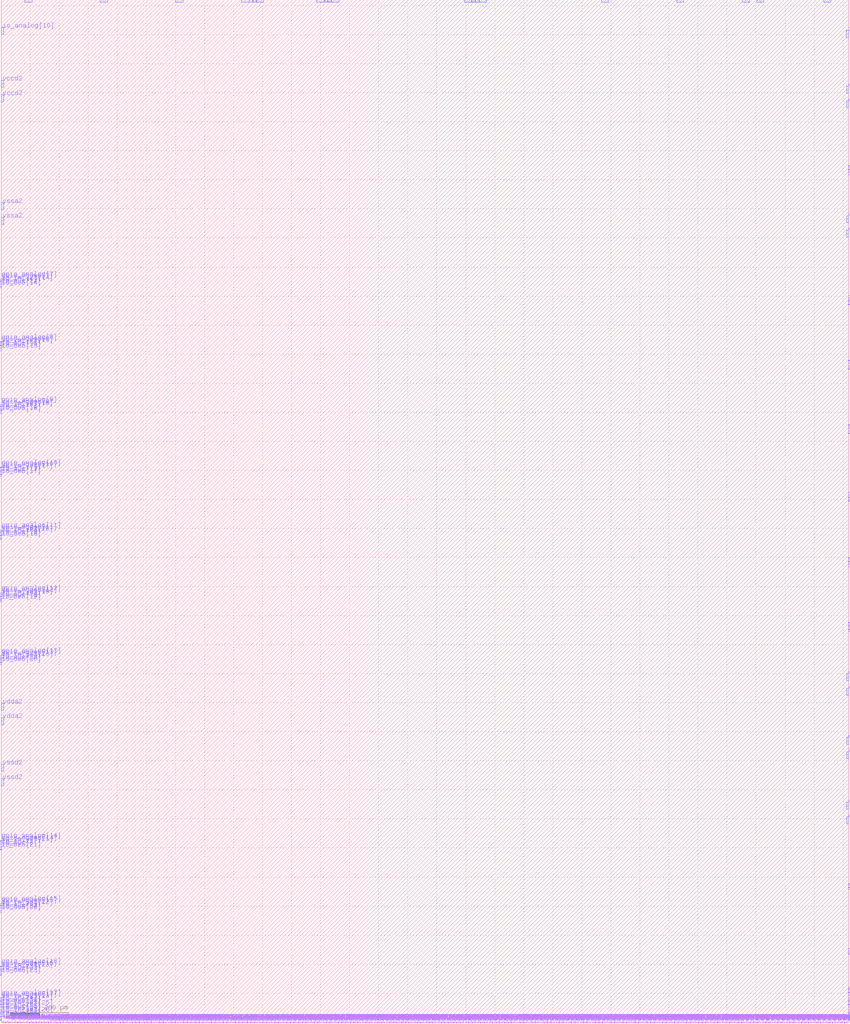
<source format=lef>
VERSION 5.7 ;
  NOWIREEXTENSIONATPIN ON ;
  DIVIDERCHAR "/" ;
  BUSBITCHARS "[]" ;
MACRO user_analog_project_wrapper
  CLASS BLOCK ;
  FOREIGN user_analog_project_wrapper ;
  ORIGIN 0.000 0.000 ;
  SIZE 2920.000 BY 3520.000 ;
  PIN gpio_analog[0]
    DIRECTION INOUT ;
    USE SIGNAL ;
    PORT
      LAYER met3 ;
        RECT 2917.600 1346.150 2924.000 1346.710 ;
    END
  END gpio_analog[0]
  PIN gpio_analog[10]
    DIRECTION INOUT ;
    USE SIGNAL ;
    PORT
      LAYER met3 ;
        RECT -4.000 1909.320 2.400 1909.880 ;
    END
  END gpio_analog[10]
  PIN gpio_analog[11]
    DIRECTION INOUT ;
    USE SIGNAL ;
    PORT
      LAYER met3 ;
        RECT -4.000 1693.210 2.400 1693.770 ;
    END
  END gpio_analog[11]
  PIN gpio_analog[12]
    DIRECTION INOUT ;
    USE SIGNAL ;
    PORT
      LAYER met3 ;
        RECT -4.000 1477.100 2.400 1477.660 ;
    END
  END gpio_analog[12]
  PIN gpio_analog[13]
    DIRECTION INOUT ;
    USE SIGNAL ;
    PORT
      LAYER met3 ;
        RECT -4.000 1261.990 2.400 1262.550 ;
    END
  END gpio_analog[13]
  PIN gpio_analog[14]
    DIRECTION INOUT ;
    USE SIGNAL ;
    PORT
      LAYER met3 ;
        RECT -4.000 623.880 2.400 624.440 ;
    END
  END gpio_analog[14]
  PIN gpio_analog[15]
    DIRECTION INOUT ;
    USE SIGNAL ;
    PORT
      LAYER met3 ;
        RECT -4.000 407.770 2.400 408.330 ;
    END
  END gpio_analog[15]
  PIN gpio_analog[16]
    DIRECTION INOUT ;
    USE SIGNAL ;
    PORT
      LAYER met3 ;
        RECT -4.000 191.660 2.400 192.220 ;
    END
  END gpio_analog[16]
  PIN gpio_analog[17]
    DIRECTION INOUT ;
    USE SIGNAL ;
    PORT
      LAYER met3 ;
        RECT -4.000 84.550 2.400 85.110 ;
    END
  END gpio_analog[17]
  PIN gpio_analog[1]
    DIRECTION INOUT ;
    USE SIGNAL ;
    PORT
      LAYER met3 ;
        RECT 2917.600 1568.260 2924.000 1568.820 ;
    END
  END gpio_analog[1]
  PIN gpio_analog[2]
    DIRECTION INOUT ;
    USE SIGNAL ;
    PORT
      LAYER met3 ;
        RECT 2917.600 1794.370 2924.000 1794.930 ;
    END
  END gpio_analog[2]
  PIN gpio_analog[3]
    DIRECTION INOUT ;
    USE SIGNAL ;
    PORT
      LAYER met3 ;
        RECT 2917.600 2026.480 2924.000 2027.040 ;
    END
  END gpio_analog[3]
  PIN gpio_analog[4]
    DIRECTION INOUT ;
    USE SIGNAL ;
    PORT
      LAYER met3 ;
        RECT 2917.600 2248.590 2924.000 2249.150 ;
    END
  END gpio_analog[4]
  PIN gpio_analog[5]
    DIRECTION INOUT ;
    USE SIGNAL ;
    PORT
      LAYER met3 ;
        RECT 2917.600 2470.700 2924.000 2471.260 ;
    END
  END gpio_analog[5]
  PIN gpio_analog[6]
    DIRECTION INOUT ;
    USE SIGNAL ;
    PORT
      LAYER met3 ;
        RECT 2917.600 2917.810 2924.000 2918.370 ;
    END
  END gpio_analog[6]
  PIN gpio_analog[7]
    DIRECTION INOUT ;
    USE SIGNAL ;
    PORT
      LAYER met3 ;
        RECT -4.000 2557.650 2.400 2558.210 ;
    END
  END gpio_analog[7]
  PIN gpio_analog[8]
    DIRECTION INOUT ;
    USE SIGNAL ;
    PORT
      LAYER met3 ;
        RECT -4.000 2341.540 2.400 2342.100 ;
    END
  END gpio_analog[8]
  PIN gpio_analog[9]
    DIRECTION INOUT ;
    USE SIGNAL ;
    PORT
      LAYER met3 ;
        RECT -4.000 2125.430 2.400 2125.990 ;
    END
  END gpio_analog[9]
  PIN gpio_noesd[0]
    DIRECTION INOUT ;
    USE SIGNAL ;
    PORT
      LAYER met3 ;
        RECT 2917.600 1352.060 2924.000 1352.620 ;
    END
  END gpio_noesd[0]
  PIN gpio_noesd[10]
    DIRECTION INOUT ;
    USE SIGNAL ;
    PORT
      LAYER met3 ;
        RECT -4.000 1903.410 2.400 1903.970 ;
    END
  END gpio_noesd[10]
  PIN gpio_noesd[11]
    DIRECTION INOUT ;
    USE SIGNAL ;
    PORT
      LAYER met3 ;
        RECT -4.000 1687.300 2.400 1687.860 ;
    END
  END gpio_noesd[11]
  PIN gpio_noesd[12]
    DIRECTION INOUT ;
    USE SIGNAL ;
    PORT
      LAYER met3 ;
        RECT -4.000 1471.190 2.400 1471.750 ;
    END
  END gpio_noesd[12]
  PIN gpio_noesd[13]
    DIRECTION INOUT ;
    USE SIGNAL ;
    PORT
      LAYER met3 ;
        RECT -4.000 1256.080 2.400 1256.640 ;
    END
  END gpio_noesd[13]
  PIN gpio_noesd[14]
    DIRECTION INOUT ;
    USE SIGNAL ;
    PORT
      LAYER met3 ;
        RECT -4.000 617.970 2.400 618.530 ;
    END
  END gpio_noesd[14]
  PIN gpio_noesd[15]
    DIRECTION INOUT ;
    USE SIGNAL ;
    PORT
      LAYER met3 ;
        RECT -4.000 401.860 2.400 402.420 ;
    END
  END gpio_noesd[15]
  PIN gpio_noesd[16]
    DIRECTION INOUT ;
    USE SIGNAL ;
    PORT
      LAYER met3 ;
        RECT -4.000 185.750 2.400 186.310 ;
    END
  END gpio_noesd[16]
  PIN gpio_noesd[17]
    DIRECTION INOUT ;
    USE SIGNAL ;
    PORT
      LAYER met3 ;
        RECT -4.000 78.640 2.400 79.200 ;
    END
  END gpio_noesd[17]
  PIN gpio_noesd[1]
    DIRECTION INOUT ;
    USE SIGNAL ;
    PORT
      LAYER met3 ;
        RECT 2917.600 1574.170 2924.000 1574.730 ;
    END
  END gpio_noesd[1]
  PIN gpio_noesd[2]
    DIRECTION INOUT ;
    USE SIGNAL ;
    PORT
      LAYER met3 ;
        RECT 2917.600 1800.280 2924.000 1800.840 ;
    END
  END gpio_noesd[2]
  PIN gpio_noesd[3]
    DIRECTION INOUT ;
    USE SIGNAL ;
    PORT
      LAYER met3 ;
        RECT 2917.600 2032.390 2924.000 2032.950 ;
    END
  END gpio_noesd[3]
  PIN gpio_noesd[4]
    DIRECTION INOUT ;
    USE SIGNAL ;
    PORT
      LAYER met3 ;
        RECT 2917.600 2254.500 2924.000 2255.060 ;
    END
  END gpio_noesd[4]
  PIN gpio_noesd[5]
    DIRECTION INOUT ;
    USE SIGNAL ;
    PORT
      LAYER met3 ;
        RECT 2917.600 2476.610 2924.000 2477.170 ;
    END
  END gpio_noesd[5]
  PIN gpio_noesd[6]
    DIRECTION INOUT ;
    USE SIGNAL ;
    PORT
      LAYER met3 ;
        RECT 2917.600 2923.720 2924.000 2924.280 ;
    END
  END gpio_noesd[6]
  PIN gpio_noesd[7]
    DIRECTION INOUT ;
    USE SIGNAL ;
    PORT
      LAYER met3 ;
        RECT -4.000 2551.740 2.400 2552.300 ;
    END
  END gpio_noesd[7]
  PIN gpio_noesd[8]
    DIRECTION INOUT ;
    USE SIGNAL ;
    PORT
      LAYER met3 ;
        RECT -4.000 2335.630 2.400 2336.190 ;
    END
  END gpio_noesd[8]
  PIN gpio_noesd[9]
    DIRECTION INOUT ;
    USE SIGNAL ;
    PORT
      LAYER met3 ;
        RECT -4.000 2119.520 2.400 2120.080 ;
    END
  END gpio_noesd[9]
  PIN io_analog[0]
    DIRECTION INOUT ;
    USE SIGNAL ;
    PORT
      LAYER met3 ;
        RECT 2911.500 3389.920 2920.000 3414.920 ;
    END
  END io_analog[0]
  PIN io_analog[10]
    DIRECTION INOUT ;
    USE SIGNAL ;
    PORT
      LAYER met3 ;
        RECT 0.000 3401.210 8.500 3426.210 ;
    END
  END io_analog[10]
  PIN io_analog[1]
    DIRECTION INOUT ;
    USE SIGNAL ;
    PORT
      LAYER met3 ;
        RECT 2832.970 3511.500 2857.970 3520.000 ;
    END
  END io_analog[1]
  PIN io_analog[2]
    DIRECTION INOUT ;
    USE SIGNAL ;
    PORT
      LAYER met3 ;
        RECT 2326.970 3511.500 2351.970 3520.000 ;
    END
  END io_analog[2]
  PIN io_analog[3]
    DIRECTION INOUT ;
    USE SIGNAL ;
    PORT
      LAYER met3 ;
        RECT 2066.970 3511.500 2091.970 3520.000 ;
    END
  END io_analog[3]
  PIN io_analog[4]
    DIRECTION INOUT ;
    USE SIGNAL ;
    PORT
      LAYER met3 ;
        RECT 1646.470 3511.500 1671.470 3520.000 ;
    END
  END io_analog[4]
  PIN io_analog[5]
    DIRECTION INOUT ;
    USE SIGNAL ;
    PORT
      LAYER met3 ;
        RECT 1137.970 3511.500 1162.970 3520.000 ;
    END
  END io_analog[5]
  PIN io_analog[6]
    DIRECTION INOUT ;
    USE SIGNAL ;
    PORT
      LAYER met3 ;
        RECT 879.470 3511.500 904.470 3520.000 ;
    END
  END io_analog[6]
  PIN io_analog[7]
    DIRECTION INOUT ;
    USE SIGNAL ;
    PORT
      LAYER met3 ;
        RECT 600.970 3511.500 625.970 3520.000 ;
    END
  END io_analog[7]
  PIN io_analog[8]
    DIRECTION INOUT ;
    USE SIGNAL ;
    PORT
      LAYER met3 ;
        RECT 340.970 3511.500 365.970 3520.000 ;
    END
  END io_analog[8]
  PIN io_analog[9]
    DIRECTION INOUT ;
    USE SIGNAL ;
    PORT
      LAYER met3 ;
        RECT 80.970 3511.500 105.970 3520.000 ;
    END
  END io_analog[9]
  PIN io_analog[4]
    DIRECTION INOUT ;
    USE SIGNAL ;
    PORT
      LAYER met3 ;
        RECT 1594.970 3511.500 1619.970 3520.000 ;
    END
  END io_analog[4]
  PIN io_analog[5]
    DIRECTION INOUT ;
    USE SIGNAL ;
    PORT
      LAYER met3 ;
        RECT 1086.470 3511.500 1111.470 3520.000 ;
    END
  END io_analog[5]
  PIN io_analog[6]
    DIRECTION INOUT ;
    USE SIGNAL ;
    PORT
      LAYER met3 ;
        RECT 827.970 3511.500 852.970 3520.000 ;
    END
  END io_analog[6]
  PIN io_clamp_high[0]
    DIRECTION INOUT ;
    USE SIGNAL ;
    PORT
      LAYER met3 ;
        RECT 1633.970 3511.500 1644.970 3520.000 ;
    END
  END io_clamp_high[0]
  PIN io_clamp_high[1]
    DIRECTION INOUT ;
    USE SIGNAL ;
    PORT
      LAYER met3 ;
        RECT 1125.470 3511.500 1136.470 3520.000 ;
    END
  END io_clamp_high[1]
  PIN io_clamp_high[2]
    DIRECTION INOUT ;
    USE SIGNAL ;
    PORT
      LAYER met3 ;
        RECT 866.970 3511.500 877.970 3520.000 ;
    END
  END io_clamp_high[2]
  PIN io_clamp_low[0]
    DIRECTION INOUT ;
    USE SIGNAL ;
    PORT
      LAYER met3 ;
        RECT 1621.470 3511.500 1632.470 3520.000 ;
    END
  END io_clamp_low[0]
  PIN io_clamp_low[1]
    DIRECTION INOUT ;
    USE SIGNAL ;
    PORT
      LAYER met3 ;
        RECT 1112.970 3511.500 1123.970 3520.000 ;
    END
  END io_clamp_low[1]
  PIN io_clamp_low[2]
    DIRECTION INOUT ;
    USE SIGNAL ;
    PORT
      LAYER met3 ;
        RECT 854.470 3511.500 865.470 3520.000 ;
    END
  END io_clamp_low[2]
  PIN io_in[0]
    DIRECTION INPUT ;
    USE SIGNAL ;
    PORT
      LAYER met3 ;
        RECT 2917.600 13.630 2924.000 14.190 ;
    END
  END io_in[0]
  PIN io_in[10]
    DIRECTION INPUT ;
    USE SIGNAL ;
    PORT
      LAYER met3 ;
        RECT 2917.600 2044.210 2924.000 2044.770 ;
    END
  END io_in[10]
  PIN io_in[11]
    DIRECTION INPUT ;
    USE SIGNAL ;
    PORT
      LAYER met3 ;
        RECT 2917.600 2266.320 2924.000 2266.880 ;
    END
  END io_in[11]
  PIN io_in[12]
    DIRECTION INPUT ;
    USE SIGNAL ;
    PORT
      LAYER met3 ;
        RECT 2917.600 2488.430 2924.000 2488.990 ;
    END
  END io_in[12]
  PIN io_in[13]
    DIRECTION INPUT ;
    USE SIGNAL ;
    PORT
      LAYER met3 ;
        RECT 2917.600 2935.540 2924.000 2936.100 ;
    END
  END io_in[13]
  PIN io_in[14]
    DIRECTION INPUT ;
    USE SIGNAL ;
    PORT
      LAYER met3 ;
        RECT -4.000 2539.920 2.400 2540.480 ;
    END
  END io_in[14]
  PIN io_in[15]
    DIRECTION INPUT ;
    USE SIGNAL ;
    PORT
      LAYER met3 ;
        RECT -4.000 2323.810 2.400 2324.370 ;
    END
  END io_in[15]
  PIN io_in[16]
    DIRECTION INPUT ;
    USE SIGNAL ;
    PORT
      LAYER met3 ;
        RECT -4.000 2107.700 2.400 2108.260 ;
    END
  END io_in[16]
  PIN io_in[17]
    DIRECTION INPUT ;
    USE SIGNAL ;
    PORT
      LAYER met3 ;
        RECT -4.000 1891.590 2.400 1892.150 ;
    END
  END io_in[17]
  PIN io_in[18]
    DIRECTION INPUT ;
    USE SIGNAL ;
    PORT
      LAYER met3 ;
        RECT -4.000 1675.480 2.400 1676.040 ;
    END
  END io_in[18]
  PIN io_in[19]
    DIRECTION INPUT ;
    USE SIGNAL ;
    PORT
      LAYER met3 ;
        RECT -4.000 1459.370 2.400 1459.930 ;
    END
  END io_in[19]
  PIN io_in[1]
    DIRECTION INPUT ;
    USE SIGNAL ;
    PORT
      LAYER met3 ;
        RECT 2917.600 37.270 2924.000 37.830 ;
    END
  END io_in[1]
  PIN io_in[20]
    DIRECTION INPUT ;
    USE SIGNAL ;
    PORT
      LAYER met3 ;
        RECT -4.000 1244.260 2.400 1244.820 ;
    END
  END io_in[20]
  PIN io_in[21]
    DIRECTION INPUT ;
    USE SIGNAL ;
    PORT
      LAYER met3 ;
        RECT -4.000 606.150 2.400 606.710 ;
    END
  END io_in[21]
  PIN io_in[22]
    DIRECTION INPUT ;
    USE SIGNAL ;
    PORT
      LAYER met3 ;
        RECT -4.000 390.040 2.400 390.600 ;
    END
  END io_in[22]
  PIN io_in[23]
    DIRECTION INPUT ;
    USE SIGNAL ;
    PORT
      LAYER met3 ;
        RECT -4.000 173.930 2.400 174.490 ;
    END
  END io_in[23]
  PIN io_in[24]
    DIRECTION INPUT ;
    USE SIGNAL ;
    PORT
      LAYER met3 ;
        RECT -4.000 66.820 2.400 67.380 ;
    END
  END io_in[24]
  PIN io_in[25]
    DIRECTION INPUT ;
    USE SIGNAL ;
    PORT
      LAYER met3 ;
        RECT -4.000 43.180 2.400 43.740 ;
    END
  END io_in[25]
  PIN io_in[26]
    DIRECTION INPUT ;
    USE SIGNAL ;
    PORT
      LAYER met3 ;
        RECT -4.000 19.540 2.400 20.100 ;
    END
  END io_in[26]
  PIN io_in[2]
    DIRECTION INPUT ;
    USE SIGNAL ;
    PORT
      LAYER met3 ;
        RECT 2917.600 60.910 2924.000 61.470 ;
    END
  END io_in[2]
  PIN io_in[3]
    DIRECTION INPUT ;
    USE SIGNAL ;
    PORT
      LAYER met3 ;
        RECT 2917.600 84.550 2924.000 85.110 ;
    END
  END io_in[3]
  PIN io_in[4]
    DIRECTION INPUT ;
    USE SIGNAL ;
    PORT
      LAYER met3 ;
        RECT 2917.600 108.190 2924.000 108.750 ;
    END
  END io_in[4]
  PIN io_in[5]
    DIRECTION INPUT ;
    USE SIGNAL ;
    PORT
      LAYER met3 ;
        RECT 2917.600 240.480 2924.000 241.040 ;
    END
  END io_in[5]
  PIN io_in[6]
    DIRECTION INPUT ;
    USE SIGNAL ;
    PORT
      LAYER met3 ;
        RECT 2917.600 463.770 2924.000 464.330 ;
    END
  END io_in[6]
  PIN io_in[7]
    DIRECTION INPUT ;
    USE SIGNAL ;
    PORT
      LAYER met3 ;
        RECT 2917.600 1363.880 2924.000 1364.440 ;
    END
  END io_in[7]
  PIN io_in[8]
    DIRECTION INPUT ;
    USE SIGNAL ;
    PORT
      LAYER met3 ;
        RECT 2917.600 1585.990 2924.000 1586.550 ;
    END
  END io_in[8]
  PIN io_in[9]
    DIRECTION INPUT ;
    USE SIGNAL ;
    PORT
      LAYER met3 ;
        RECT 2917.600 1812.100 2924.000 1812.660 ;
    END
  END io_in[9]
  PIN io_in_3v3[0]
    DIRECTION INPUT ;
    USE SIGNAL ;
    PORT
      LAYER met3 ;
        RECT 2917.600 7.720 2924.000 8.280 ;
    END
  END io_in_3v3[0]
  PIN io_in_3v3[10]
    DIRECTION INPUT ;
    USE SIGNAL ;
    PORT
      LAYER met3 ;
        RECT 2917.600 2038.300 2924.000 2038.860 ;
    END
  END io_in_3v3[10]
  PIN io_in_3v3[11]
    DIRECTION INPUT ;
    USE SIGNAL ;
    PORT
      LAYER met3 ;
        RECT 2917.600 2260.410 2924.000 2260.970 ;
    END
  END io_in_3v3[11]
  PIN io_in_3v3[12]
    DIRECTION INPUT ;
    USE SIGNAL ;
    PORT
      LAYER met3 ;
        RECT 2917.600 2482.520 2924.000 2483.080 ;
    END
  END io_in_3v3[12]
  PIN io_in_3v3[13]
    DIRECTION INPUT ;
    USE SIGNAL ;
    PORT
      LAYER met3 ;
        RECT 2917.600 2929.630 2924.000 2930.190 ;
    END
  END io_in_3v3[13]
  PIN io_in_3v3[14]
    DIRECTION INPUT ;
    USE SIGNAL ;
    PORT
      LAYER met3 ;
        RECT -4.000 2545.830 2.400 2546.390 ;
    END
  END io_in_3v3[14]
  PIN io_in_3v3[15]
    DIRECTION INPUT ;
    USE SIGNAL ;
    PORT
      LAYER met3 ;
        RECT -4.000 2329.720 2.400 2330.280 ;
    END
  END io_in_3v3[15]
  PIN io_in_3v3[16]
    DIRECTION INPUT ;
    USE SIGNAL ;
    PORT
      LAYER met3 ;
        RECT -4.000 2113.610 2.400 2114.170 ;
    END
  END io_in_3v3[16]
  PIN io_in_3v3[17]
    DIRECTION INPUT ;
    USE SIGNAL ;
    PORT
      LAYER met3 ;
        RECT -4.000 1897.500 2.400 1898.060 ;
    END
  END io_in_3v3[17]
  PIN io_in_3v3[18]
    DIRECTION INPUT ;
    USE SIGNAL ;
    PORT
      LAYER met3 ;
        RECT -4.000 1681.390 2.400 1681.950 ;
    END
  END io_in_3v3[18]
  PIN io_in_3v3[19]
    DIRECTION INPUT ;
    USE SIGNAL ;
    PORT
      LAYER met3 ;
        RECT -4.000 1465.280 2.400 1465.840 ;
    END
  END io_in_3v3[19]
  PIN io_in_3v3[1]
    DIRECTION INPUT ;
    USE SIGNAL ;
    PORT
      LAYER met3 ;
        RECT 2917.600 31.360 2924.000 31.920 ;
    END
  END io_in_3v3[1]
  PIN io_in_3v3[20]
    DIRECTION INPUT ;
    USE SIGNAL ;
    PORT
      LAYER met3 ;
        RECT -4.000 1250.170 2.400 1250.730 ;
    END
  END io_in_3v3[20]
  PIN io_in_3v3[21]
    DIRECTION INPUT ;
    USE SIGNAL ;
    PORT
      LAYER met3 ;
        RECT -4.000 612.060 2.400 612.620 ;
    END
  END io_in_3v3[21]
  PIN io_in_3v3[22]
    DIRECTION INPUT ;
    USE SIGNAL ;
    PORT
      LAYER met3 ;
        RECT -4.000 395.950 2.400 396.510 ;
    END
  END io_in_3v3[22]
  PIN io_in_3v3[23]
    DIRECTION INPUT ;
    USE SIGNAL ;
    PORT
      LAYER met3 ;
        RECT -4.000 179.840 2.400 180.400 ;
    END
  END io_in_3v3[23]
  PIN io_in_3v3[24]
    DIRECTION INPUT ;
    USE SIGNAL ;
    PORT
      LAYER met3 ;
        RECT -4.000 72.730 2.400 73.290 ;
    END
  END io_in_3v3[24]
  PIN io_in_3v3[25]
    DIRECTION INPUT ;
    USE SIGNAL ;
    PORT
      LAYER met3 ;
        RECT -4.000 49.090 2.400 49.650 ;
    END
  END io_in_3v3[25]
  PIN io_in_3v3[26]
    DIRECTION INPUT ;
    USE SIGNAL ;
    PORT
      LAYER met3 ;
        RECT -4.000 25.450 2.400 26.010 ;
    END
  END io_in_3v3[26]
  PIN io_in_3v3[2]
    DIRECTION INPUT ;
    USE SIGNAL ;
    PORT
      LAYER met3 ;
        RECT 2917.600 55.000 2924.000 55.560 ;
    END
  END io_in_3v3[2]
  PIN io_in_3v3[3]
    DIRECTION INPUT ;
    USE SIGNAL ;
    PORT
      LAYER met3 ;
        RECT 2917.600 78.640 2924.000 79.200 ;
    END
  END io_in_3v3[3]
  PIN io_in_3v3[4]
    DIRECTION INPUT ;
    USE SIGNAL ;
    PORT
      LAYER met3 ;
        RECT 2917.600 102.280 2924.000 102.840 ;
    END
  END io_in_3v3[4]
  PIN io_in_3v3[5]
    DIRECTION INPUT ;
    USE SIGNAL ;
    PORT
      LAYER met3 ;
        RECT 2917.600 234.570 2924.000 235.130 ;
    END
  END io_in_3v3[5]
  PIN io_in_3v3[6]
    DIRECTION INPUT ;
    USE SIGNAL ;
    PORT
      LAYER met3 ;
        RECT 2917.600 457.860 2924.000 458.420 ;
    END
  END io_in_3v3[6]
  PIN io_in_3v3[7]
    DIRECTION INPUT ;
    USE SIGNAL ;
    PORT
      LAYER met3 ;
        RECT 2917.600 1357.970 2924.000 1358.530 ;
    END
  END io_in_3v3[7]
  PIN io_in_3v3[8]
    DIRECTION INPUT ;
    USE SIGNAL ;
    PORT
      LAYER met3 ;
        RECT 2917.600 1580.080 2924.000 1580.640 ;
    END
  END io_in_3v3[8]
  PIN io_in_3v3[9]
    DIRECTION INPUT ;
    USE SIGNAL ;
    PORT
      LAYER met3 ;
        RECT 2917.600 1806.190 2924.000 1806.750 ;
    END
  END io_in_3v3[9]
  PIN io_oeb[0]
    DIRECTION OUTPUT TRISTATE ;
    USE SIGNAL ;
    PORT
      LAYER met3 ;
        RECT 2917.600 25.450 2924.000 26.010 ;
    END
  END io_oeb[0]
  PIN io_oeb[10]
    DIRECTION OUTPUT TRISTATE ;
    USE SIGNAL ;
    PORT
      LAYER met3 ;
        RECT 2917.600 2056.030 2924.000 2056.590 ;
    END
  END io_oeb[10]
  PIN io_oeb[11]
    DIRECTION OUTPUT TRISTATE ;
    USE SIGNAL ;
    PORT
      LAYER met3 ;
        RECT 2917.600 2278.140 2924.000 2278.700 ;
    END
  END io_oeb[11]
  PIN io_oeb[12]
    DIRECTION OUTPUT TRISTATE ;
    USE SIGNAL ;
    PORT
      LAYER met3 ;
        RECT 2917.600 2500.250 2924.000 2500.810 ;
    END
  END io_oeb[12]
  PIN io_oeb[13]
    DIRECTION OUTPUT TRISTATE ;
    USE SIGNAL ;
    PORT
      LAYER met3 ;
        RECT 2917.600 2947.360 2924.000 2947.920 ;
    END
  END io_oeb[13]
  PIN io_oeb[14]
    DIRECTION OUTPUT TRISTATE ;
    USE SIGNAL ;
    PORT
      LAYER met3 ;
        RECT -4.000 2528.100 2.400 2528.660 ;
    END
  END io_oeb[14]
  PIN io_oeb[15]
    DIRECTION OUTPUT TRISTATE ;
    USE SIGNAL ;
    PORT
      LAYER met3 ;
        RECT -4.000 2311.990 2.400 2312.550 ;
    END
  END io_oeb[15]
  PIN io_oeb[16]
    DIRECTION OUTPUT TRISTATE ;
    USE SIGNAL ;
    PORT
      LAYER met3 ;
        RECT -4.000 2095.880 2.400 2096.440 ;
    END
  END io_oeb[16]
  PIN io_oeb[17]
    DIRECTION OUTPUT TRISTATE ;
    USE SIGNAL ;
    PORT
      LAYER met3 ;
        RECT -4.000 1879.770 2.400 1880.330 ;
    END
  END io_oeb[17]
  PIN io_oeb[18]
    DIRECTION OUTPUT TRISTATE ;
    USE SIGNAL ;
    PORT
      LAYER met3 ;
        RECT -4.000 1663.660 2.400 1664.220 ;
    END
  END io_oeb[18]
  PIN io_oeb[19]
    DIRECTION OUTPUT TRISTATE ;
    USE SIGNAL ;
    PORT
      LAYER met3 ;
        RECT -4.000 1447.550 2.400 1448.110 ;
    END
  END io_oeb[19]
  PIN io_oeb[1]
    DIRECTION OUTPUT TRISTATE ;
    USE SIGNAL ;
    PORT
      LAYER met3 ;
        RECT 2917.600 49.090 2924.000 49.650 ;
    END
  END io_oeb[1]
  PIN io_oeb[20]
    DIRECTION OUTPUT TRISTATE ;
    USE SIGNAL ;
    PORT
      LAYER met3 ;
        RECT -4.000 1232.440 2.400 1233.000 ;
    END
  END io_oeb[20]
  PIN io_oeb[21]
    DIRECTION OUTPUT TRISTATE ;
    USE SIGNAL ;
    PORT
      LAYER met3 ;
        RECT -4.000 594.330 2.400 594.890 ;
    END
  END io_oeb[21]
  PIN io_oeb[22]
    DIRECTION OUTPUT TRISTATE ;
    USE SIGNAL ;
    PORT
      LAYER met3 ;
        RECT -4.000 378.220 2.400 378.780 ;
    END
  END io_oeb[22]
  PIN io_oeb[23]
    DIRECTION OUTPUT TRISTATE ;
    USE SIGNAL ;
    PORT
      LAYER met3 ;
        RECT -4.000 162.110 2.400 162.670 ;
    END
  END io_oeb[23]
  PIN io_oeb[24]
    DIRECTION OUTPUT TRISTATE ;
    USE SIGNAL ;
    PORT
      LAYER met3 ;
        RECT -4.000 55.000 2.400 55.560 ;
    END
  END io_oeb[24]
  PIN io_oeb[25]
    DIRECTION OUTPUT TRISTATE ;
    USE SIGNAL ;
    PORT
      LAYER met3 ;
        RECT -4.000 31.360 2.400 31.920 ;
    END
  END io_oeb[25]
  PIN io_oeb[26]
    DIRECTION OUTPUT TRISTATE ;
    USE SIGNAL ;
    PORT
      LAYER met3 ;
        RECT -4.000 7.720 2.400 8.280 ;
    END
  END io_oeb[26]
  PIN io_oeb[2]
    DIRECTION OUTPUT TRISTATE ;
    USE SIGNAL ;
    PORT
      LAYER met3 ;
        RECT 2917.600 72.730 2924.000 73.290 ;
    END
  END io_oeb[2]
  PIN io_oeb[3]
    DIRECTION OUTPUT TRISTATE ;
    USE SIGNAL ;
    PORT
      LAYER met3 ;
        RECT 2917.600 96.370 2924.000 96.930 ;
    END
  END io_oeb[3]
  PIN io_oeb[4]
    DIRECTION OUTPUT TRISTATE ;
    USE SIGNAL ;
    PORT
      LAYER met3 ;
        RECT 2917.600 120.010 2924.000 120.570 ;
    END
  END io_oeb[4]
  PIN io_oeb[5]
    DIRECTION OUTPUT TRISTATE ;
    USE SIGNAL ;
    PORT
      LAYER met3 ;
        RECT 2917.600 252.300 2924.000 252.860 ;
    END
  END io_oeb[5]
  PIN io_oeb[6]
    DIRECTION OUTPUT TRISTATE ;
    USE SIGNAL ;
    PORT
      LAYER met3 ;
        RECT 2917.600 475.590 2924.000 476.150 ;
    END
  END io_oeb[6]
  PIN io_oeb[7]
    DIRECTION OUTPUT TRISTATE ;
    USE SIGNAL ;
    PORT
      LAYER met3 ;
        RECT 2917.600 1375.700 2924.000 1376.260 ;
    END
  END io_oeb[7]
  PIN io_oeb[8]
    DIRECTION OUTPUT TRISTATE ;
    USE SIGNAL ;
    PORT
      LAYER met3 ;
        RECT 2917.600 1597.810 2924.000 1598.370 ;
    END
  END io_oeb[8]
  PIN io_oeb[9]
    DIRECTION OUTPUT TRISTATE ;
    USE SIGNAL ;
    PORT
      LAYER met3 ;
        RECT 2917.600 1823.920 2924.000 1824.480 ;
    END
  END io_oeb[9]
  PIN io_out[0]
    DIRECTION OUTPUT TRISTATE ;
    USE SIGNAL ;
    PORT
      LAYER met3 ;
        RECT 2917.600 19.540 2924.000 20.100 ;
    END
  END io_out[0]
  PIN io_out[10]
    DIRECTION OUTPUT TRISTATE ;
    USE SIGNAL ;
    PORT
      LAYER met3 ;
        RECT 2917.600 2050.120 2924.000 2050.680 ;
    END
  END io_out[10]
  PIN io_out[11]
    DIRECTION OUTPUT TRISTATE ;
    USE SIGNAL ;
    PORT
      LAYER met3 ;
        RECT 2917.600 2272.230 2924.000 2272.790 ;
    END
  END io_out[11]
  PIN io_out[12]
    DIRECTION OUTPUT TRISTATE ;
    USE SIGNAL ;
    PORT
      LAYER met3 ;
        RECT 2917.600 2494.340 2924.000 2494.900 ;
    END
  END io_out[12]
  PIN io_out[13]
    DIRECTION OUTPUT TRISTATE ;
    USE SIGNAL ;
    PORT
      LAYER met3 ;
        RECT 2917.600 2941.450 2924.000 2942.010 ;
    END
  END io_out[13]
  PIN io_out[14]
    DIRECTION OUTPUT TRISTATE ;
    USE SIGNAL ;
    PORT
      LAYER met3 ;
        RECT -4.000 2534.010 2.400 2534.570 ;
    END
  END io_out[14]
  PIN io_out[15]
    DIRECTION OUTPUT TRISTATE ;
    USE SIGNAL ;
    PORT
      LAYER met3 ;
        RECT -4.000 2317.900 2.400 2318.460 ;
    END
  END io_out[15]
  PIN io_out[16]
    DIRECTION OUTPUT TRISTATE ;
    USE SIGNAL ;
    PORT
      LAYER met3 ;
        RECT -4.000 2101.790 2.400 2102.350 ;
    END
  END io_out[16]
  PIN io_out[17]
    DIRECTION OUTPUT TRISTATE ;
    USE SIGNAL ;
    PORT
      LAYER met3 ;
        RECT -4.000 1885.680 2.400 1886.240 ;
    END
  END io_out[17]
  PIN io_out[18]
    DIRECTION OUTPUT TRISTATE ;
    USE SIGNAL ;
    PORT
      LAYER met3 ;
        RECT -4.000 1669.570 2.400 1670.130 ;
    END
  END io_out[18]
  PIN io_out[19]
    DIRECTION OUTPUT TRISTATE ;
    USE SIGNAL ;
    PORT
      LAYER met3 ;
        RECT -4.000 1453.460 2.400 1454.020 ;
    END
  END io_out[19]
  PIN io_out[1]
    DIRECTION OUTPUT TRISTATE ;
    USE SIGNAL ;
    PORT
      LAYER met3 ;
        RECT 2917.600 43.180 2924.000 43.740 ;
    END
  END io_out[1]
  PIN io_out[20]
    DIRECTION OUTPUT TRISTATE ;
    USE SIGNAL ;
    PORT
      LAYER met3 ;
        RECT -4.000 1238.350 2.400 1238.910 ;
    END
  END io_out[20]
  PIN io_out[21]
    DIRECTION OUTPUT TRISTATE ;
    USE SIGNAL ;
    PORT
      LAYER met3 ;
        RECT -4.000 600.240 2.400 600.800 ;
    END
  END io_out[21]
  PIN io_out[22]
    DIRECTION OUTPUT TRISTATE ;
    USE SIGNAL ;
    PORT
      LAYER met3 ;
        RECT -4.000 384.130 2.400 384.690 ;
    END
  END io_out[22]
  PIN io_out[23]
    DIRECTION OUTPUT TRISTATE ;
    USE SIGNAL ;
    PORT
      LAYER met3 ;
        RECT -4.000 168.020 2.400 168.580 ;
    END
  END io_out[23]
  PIN io_out[24]
    DIRECTION OUTPUT TRISTATE ;
    USE SIGNAL ;
    PORT
      LAYER met3 ;
        RECT -4.000 60.910 2.400 61.470 ;
    END
  END io_out[24]
  PIN io_out[25]
    DIRECTION OUTPUT TRISTATE ;
    USE SIGNAL ;
    PORT
      LAYER met3 ;
        RECT -4.000 37.270 2.400 37.830 ;
    END
  END io_out[25]
  PIN io_out[26]
    DIRECTION OUTPUT TRISTATE ;
    USE SIGNAL ;
    PORT
      LAYER met3 ;
        RECT -4.000 13.630 2.400 14.190 ;
    END
  END io_out[26]
  PIN io_out[2]
    DIRECTION OUTPUT TRISTATE ;
    USE SIGNAL ;
    PORT
      LAYER met3 ;
        RECT 2917.600 66.820 2924.000 67.380 ;
    END
  END io_out[2]
  PIN io_out[3]
    DIRECTION OUTPUT TRISTATE ;
    USE SIGNAL ;
    PORT
      LAYER met3 ;
        RECT 2917.600 90.460 2924.000 91.020 ;
    END
  END io_out[3]
  PIN io_out[4]
    DIRECTION OUTPUT TRISTATE ;
    USE SIGNAL ;
    PORT
      LAYER met3 ;
        RECT 2917.600 114.100 2924.000 114.660 ;
    END
  END io_out[4]
  PIN io_out[5]
    DIRECTION OUTPUT TRISTATE ;
    USE SIGNAL ;
    PORT
      LAYER met3 ;
        RECT 2917.600 246.390 2924.000 246.950 ;
    END
  END io_out[5]
  PIN io_out[6]
    DIRECTION OUTPUT TRISTATE ;
    USE SIGNAL ;
    PORT
      LAYER met3 ;
        RECT 2917.600 469.680 2924.000 470.240 ;
    END
  END io_out[6]
  PIN io_out[7]
    DIRECTION OUTPUT TRISTATE ;
    USE SIGNAL ;
    PORT
      LAYER met3 ;
        RECT 2917.600 1369.790 2924.000 1370.350 ;
    END
  END io_out[7]
  PIN io_out[8]
    DIRECTION OUTPUT TRISTATE ;
    USE SIGNAL ;
    PORT
      LAYER met3 ;
        RECT 2917.600 1591.900 2924.000 1592.460 ;
    END
  END io_out[8]
  PIN io_out[9]
    DIRECTION OUTPUT TRISTATE ;
    USE SIGNAL ;
    PORT
      LAYER met3 ;
        RECT 2917.600 1818.010 2924.000 1818.570 ;
    END
  END io_out[9]
  PIN la_data_in[0]
    DIRECTION INPUT ;
    USE SIGNAL ;
    PORT
      LAYER met2 ;
        RECT 629.080 -4.000 629.640 2.400 ;
    END
  END la_data_in[0]
  PIN la_data_in[100]
    DIRECTION INPUT ;
    USE SIGNAL ;
    PORT
      LAYER met2 ;
        RECT 2402.080 -4.000 2402.640 2.400 ;
    END
  END la_data_in[100]
  PIN la_data_in[101]
    DIRECTION INPUT ;
    USE SIGNAL ;
    PORT
      LAYER met2 ;
        RECT 2419.810 -4.000 2420.370 2.400 ;
    END
  END la_data_in[101]
  PIN la_data_in[102]
    DIRECTION INPUT ;
    USE SIGNAL ;
    PORT
      LAYER met2 ;
        RECT 2437.540 -4.000 2438.100 2.400 ;
    END
  END la_data_in[102]
  PIN la_data_in[103]
    DIRECTION INPUT ;
    USE SIGNAL ;
    PORT
      LAYER met2 ;
        RECT 2455.270 -4.000 2455.830 2.400 ;
    END
  END la_data_in[103]
  PIN la_data_in[104]
    DIRECTION INPUT ;
    USE SIGNAL ;
    PORT
      LAYER met2 ;
        RECT 2473.000 -4.000 2473.560 2.400 ;
    END
  END la_data_in[104]
  PIN la_data_in[105]
    DIRECTION INPUT ;
    USE SIGNAL ;
    PORT
      LAYER met2 ;
        RECT 2490.730 -4.000 2491.290 2.400 ;
    END
  END la_data_in[105]
  PIN la_data_in[106]
    DIRECTION INPUT ;
    USE SIGNAL ;
    PORT
      LAYER met2 ;
        RECT 2508.460 -4.000 2509.020 2.400 ;
    END
  END la_data_in[106]
  PIN la_data_in[107]
    DIRECTION INPUT ;
    USE SIGNAL ;
    PORT
      LAYER met2 ;
        RECT 2526.190 -4.000 2526.750 2.400 ;
    END
  END la_data_in[107]
  PIN la_data_in[108]
    DIRECTION INPUT ;
    USE SIGNAL ;
    PORT
      LAYER met2 ;
        RECT 2543.920 -4.000 2544.480 2.400 ;
    END
  END la_data_in[108]
  PIN la_data_in[109]
    DIRECTION INPUT ;
    USE SIGNAL ;
    PORT
      LAYER met2 ;
        RECT 2561.650 -4.000 2562.210 2.400 ;
    END
  END la_data_in[109]
  PIN la_data_in[10]
    DIRECTION INPUT ;
    USE SIGNAL ;
    PORT
      LAYER met2 ;
        RECT 806.380 -4.000 806.940 2.400 ;
    END
  END la_data_in[10]
  PIN la_data_in[110]
    DIRECTION INPUT ;
    USE SIGNAL ;
    PORT
      LAYER met2 ;
        RECT 2579.380 -4.000 2579.940 2.400 ;
    END
  END la_data_in[110]
  PIN la_data_in[111]
    DIRECTION INPUT ;
    USE SIGNAL ;
    PORT
      LAYER met2 ;
        RECT 2597.110 -4.000 2597.670 2.400 ;
    END
  END la_data_in[111]
  PIN la_data_in[112]
    DIRECTION INPUT ;
    USE SIGNAL ;
    PORT
      LAYER met2 ;
        RECT 2614.840 -4.000 2615.400 2.400 ;
    END
  END la_data_in[112]
  PIN la_data_in[113]
    DIRECTION INPUT ;
    USE SIGNAL ;
    PORT
      LAYER met2 ;
        RECT 2632.570 -4.000 2633.130 2.400 ;
    END
  END la_data_in[113]
  PIN la_data_in[114]
    DIRECTION INPUT ;
    USE SIGNAL ;
    PORT
      LAYER met2 ;
        RECT 2650.300 -4.000 2650.860 2.400 ;
    END
  END la_data_in[114]
  PIN la_data_in[115]
    DIRECTION INPUT ;
    USE SIGNAL ;
    PORT
      LAYER met2 ;
        RECT 2668.030 -4.000 2668.590 2.400 ;
    END
  END la_data_in[115]
  PIN la_data_in[116]
    DIRECTION INPUT ;
    USE SIGNAL ;
    PORT
      LAYER met2 ;
        RECT 2685.760 -4.000 2686.320 2.400 ;
    END
  END la_data_in[116]
  PIN la_data_in[117]
    DIRECTION INPUT ;
    USE SIGNAL ;
    PORT
      LAYER met2 ;
        RECT 2703.490 -4.000 2704.050 2.400 ;
    END
  END la_data_in[117]
  PIN la_data_in[118]
    DIRECTION INPUT ;
    USE SIGNAL ;
    PORT
      LAYER met2 ;
        RECT 2721.220 -4.000 2721.780 2.400 ;
    END
  END la_data_in[118]
  PIN la_data_in[119]
    DIRECTION INPUT ;
    USE SIGNAL ;
    PORT
      LAYER met2 ;
        RECT 2738.950 -4.000 2739.510 2.400 ;
    END
  END la_data_in[119]
  PIN la_data_in[11]
    DIRECTION INPUT ;
    USE SIGNAL ;
    PORT
      LAYER met2 ;
        RECT 824.110 -4.000 824.670 2.400 ;
    END
  END la_data_in[11]
  PIN la_data_in[120]
    DIRECTION INPUT ;
    USE SIGNAL ;
    PORT
      LAYER met2 ;
        RECT 2756.680 -4.000 2757.240 2.400 ;
    END
  END la_data_in[120]
  PIN la_data_in[121]
    DIRECTION INPUT ;
    USE SIGNAL ;
    PORT
      LAYER met2 ;
        RECT 2774.410 -4.000 2774.970 2.400 ;
    END
  END la_data_in[121]
  PIN la_data_in[122]
    DIRECTION INPUT ;
    USE SIGNAL ;
    PORT
      LAYER met2 ;
        RECT 2792.140 -4.000 2792.700 2.400 ;
    END
  END la_data_in[122]
  PIN la_data_in[123]
    DIRECTION INPUT ;
    USE SIGNAL ;
    PORT
      LAYER met2 ;
        RECT 2809.870 -4.000 2810.430 2.400 ;
    END
  END la_data_in[123]
  PIN la_data_in[124]
    DIRECTION INPUT ;
    USE SIGNAL ;
    PORT
      LAYER met2 ;
        RECT 2827.600 -4.000 2828.160 2.400 ;
    END
  END la_data_in[124]
  PIN la_data_in[125]
    DIRECTION INPUT ;
    USE SIGNAL ;
    PORT
      LAYER met2 ;
        RECT 2845.330 -4.000 2845.890 2.400 ;
    END
  END la_data_in[125]
  PIN la_data_in[126]
    DIRECTION INPUT ;
    USE SIGNAL ;
    PORT
      LAYER met2 ;
        RECT 2863.060 -4.000 2863.620 2.400 ;
    END
  END la_data_in[126]
  PIN la_data_in[127]
    DIRECTION INPUT ;
    USE SIGNAL ;
    PORT
      LAYER met2 ;
        RECT 2880.790 -4.000 2881.350 2.400 ;
    END
  END la_data_in[127]
  PIN la_data_in[12]
    DIRECTION INPUT ;
    USE SIGNAL ;
    PORT
      LAYER met2 ;
        RECT 841.840 -4.000 842.400 2.400 ;
    END
  END la_data_in[12]
  PIN la_data_in[13]
    DIRECTION INPUT ;
    USE SIGNAL ;
    PORT
      LAYER met2 ;
        RECT 859.570 -4.000 860.130 2.400 ;
    END
  END la_data_in[13]
  PIN la_data_in[14]
    DIRECTION INPUT ;
    USE SIGNAL ;
    PORT
      LAYER met2 ;
        RECT 877.300 -4.000 877.860 2.400 ;
    END
  END la_data_in[14]
  PIN la_data_in[15]
    DIRECTION INPUT ;
    USE SIGNAL ;
    PORT
      LAYER met2 ;
        RECT 895.030 -4.000 895.590 2.400 ;
    END
  END la_data_in[15]
  PIN la_data_in[16]
    DIRECTION INPUT ;
    USE SIGNAL ;
    PORT
      LAYER met2 ;
        RECT 912.760 -4.000 913.320 2.400 ;
    END
  END la_data_in[16]
  PIN la_data_in[17]
    DIRECTION INPUT ;
    USE SIGNAL ;
    PORT
      LAYER met2 ;
        RECT 930.490 -4.000 931.050 2.400 ;
    END
  END la_data_in[17]
  PIN la_data_in[18]
    DIRECTION INPUT ;
    USE SIGNAL ;
    PORT
      LAYER met2 ;
        RECT 948.220 -4.000 948.780 2.400 ;
    END
  END la_data_in[18]
  PIN la_data_in[19]
    DIRECTION INPUT ;
    USE SIGNAL ;
    PORT
      LAYER met2 ;
        RECT 965.950 -4.000 966.510 2.400 ;
    END
  END la_data_in[19]
  PIN la_data_in[1]
    DIRECTION INPUT ;
    USE SIGNAL ;
    PORT
      LAYER met2 ;
        RECT 646.810 -4.000 647.370 2.400 ;
    END
  END la_data_in[1]
  PIN la_data_in[20]
    DIRECTION INPUT ;
    USE SIGNAL ;
    PORT
      LAYER met2 ;
        RECT 983.680 -4.000 984.240 2.400 ;
    END
  END la_data_in[20]
  PIN la_data_in[21]
    DIRECTION INPUT ;
    USE SIGNAL ;
    PORT
      LAYER met2 ;
        RECT 1001.410 -4.000 1001.970 2.400 ;
    END
  END la_data_in[21]
  PIN la_data_in[22]
    DIRECTION INPUT ;
    USE SIGNAL ;
    PORT
      LAYER met2 ;
        RECT 1019.140 -4.000 1019.700 2.400 ;
    END
  END la_data_in[22]
  PIN la_data_in[23]
    DIRECTION INPUT ;
    USE SIGNAL ;
    PORT
      LAYER met2 ;
        RECT 1036.870 -4.000 1037.430 2.400 ;
    END
  END la_data_in[23]
  PIN la_data_in[24]
    DIRECTION INPUT ;
    USE SIGNAL ;
    PORT
      LAYER met2 ;
        RECT 1054.600 -4.000 1055.160 2.400 ;
    END
  END la_data_in[24]
  PIN la_data_in[25]
    DIRECTION INPUT ;
    USE SIGNAL ;
    PORT
      LAYER met2 ;
        RECT 1072.330 -4.000 1072.890 2.400 ;
    END
  END la_data_in[25]
  PIN la_data_in[26]
    DIRECTION INPUT ;
    USE SIGNAL ;
    PORT
      LAYER met2 ;
        RECT 1090.060 -4.000 1090.620 2.400 ;
    END
  END la_data_in[26]
  PIN la_data_in[27]
    DIRECTION INPUT ;
    USE SIGNAL ;
    PORT
      LAYER met2 ;
        RECT 1107.790 -4.000 1108.350 2.400 ;
    END
  END la_data_in[27]
  PIN la_data_in[28]
    DIRECTION INPUT ;
    USE SIGNAL ;
    PORT
      LAYER met2 ;
        RECT 1125.520 -4.000 1126.080 2.400 ;
    END
  END la_data_in[28]
  PIN la_data_in[29]
    DIRECTION INPUT ;
    USE SIGNAL ;
    PORT
      LAYER met2 ;
        RECT 1143.250 -4.000 1143.810 2.400 ;
    END
  END la_data_in[29]
  PIN la_data_in[2]
    DIRECTION INPUT ;
    USE SIGNAL ;
    PORT
      LAYER met2 ;
        RECT 664.540 -4.000 665.100 2.400 ;
    END
  END la_data_in[2]
  PIN la_data_in[30]
    DIRECTION INPUT ;
    USE SIGNAL ;
    PORT
      LAYER met2 ;
        RECT 1160.980 -4.000 1161.540 2.400 ;
    END
  END la_data_in[30]
  PIN la_data_in[31]
    DIRECTION INPUT ;
    USE SIGNAL ;
    PORT
      LAYER met2 ;
        RECT 1178.710 -4.000 1179.270 2.400 ;
    END
  END la_data_in[31]
  PIN la_data_in[32]
    DIRECTION INPUT ;
    USE SIGNAL ;
    PORT
      LAYER met2 ;
        RECT 1196.440 -4.000 1197.000 2.400 ;
    END
  END la_data_in[32]
  PIN la_data_in[33]
    DIRECTION INPUT ;
    USE SIGNAL ;
    PORT
      LAYER met2 ;
        RECT 1214.170 -4.000 1214.730 2.400 ;
    END
  END la_data_in[33]
  PIN la_data_in[34]
    DIRECTION INPUT ;
    USE SIGNAL ;
    PORT
      LAYER met2 ;
        RECT 1231.900 -4.000 1232.460 2.400 ;
    END
  END la_data_in[34]
  PIN la_data_in[35]
    DIRECTION INPUT ;
    USE SIGNAL ;
    PORT
      LAYER met2 ;
        RECT 1249.630 -4.000 1250.190 2.400 ;
    END
  END la_data_in[35]
  PIN la_data_in[36]
    DIRECTION INPUT ;
    USE SIGNAL ;
    PORT
      LAYER met2 ;
        RECT 1267.360 -4.000 1267.920 2.400 ;
    END
  END la_data_in[36]
  PIN la_data_in[37]
    DIRECTION INPUT ;
    USE SIGNAL ;
    PORT
      LAYER met2 ;
        RECT 1285.090 -4.000 1285.650 2.400 ;
    END
  END la_data_in[37]
  PIN la_data_in[38]
    DIRECTION INPUT ;
    USE SIGNAL ;
    PORT
      LAYER met2 ;
        RECT 1302.820 -4.000 1303.380 2.400 ;
    END
  END la_data_in[38]
  PIN la_data_in[39]
    DIRECTION INPUT ;
    USE SIGNAL ;
    PORT
      LAYER met2 ;
        RECT 1320.550 -4.000 1321.110 2.400 ;
    END
  END la_data_in[39]
  PIN la_data_in[3]
    DIRECTION INPUT ;
    USE SIGNAL ;
    PORT
      LAYER met2 ;
        RECT 682.270 -4.000 682.830 2.400 ;
    END
  END la_data_in[3]
  PIN la_data_in[40]
    DIRECTION INPUT ;
    USE SIGNAL ;
    PORT
      LAYER met2 ;
        RECT 1338.280 -4.000 1338.840 2.400 ;
    END
  END la_data_in[40]
  PIN la_data_in[41]
    DIRECTION INPUT ;
    USE SIGNAL ;
    PORT
      LAYER met2 ;
        RECT 1356.010 -4.000 1356.570 2.400 ;
    END
  END la_data_in[41]
  PIN la_data_in[42]
    DIRECTION INPUT ;
    USE SIGNAL ;
    PORT
      LAYER met2 ;
        RECT 1373.740 -4.000 1374.300 2.400 ;
    END
  END la_data_in[42]
  PIN la_data_in[43]
    DIRECTION INPUT ;
    USE SIGNAL ;
    PORT
      LAYER met2 ;
        RECT 1391.470 -4.000 1392.030 2.400 ;
    END
  END la_data_in[43]
  PIN la_data_in[44]
    DIRECTION INPUT ;
    USE SIGNAL ;
    PORT
      LAYER met2 ;
        RECT 1409.200 -4.000 1409.760 2.400 ;
    END
  END la_data_in[44]
  PIN la_data_in[45]
    DIRECTION INPUT ;
    USE SIGNAL ;
    PORT
      LAYER met2 ;
        RECT 1426.930 -4.000 1427.490 2.400 ;
    END
  END la_data_in[45]
  PIN la_data_in[46]
    DIRECTION INPUT ;
    USE SIGNAL ;
    PORT
      LAYER met2 ;
        RECT 1444.660 -4.000 1445.220 2.400 ;
    END
  END la_data_in[46]
  PIN la_data_in[47]
    DIRECTION INPUT ;
    USE SIGNAL ;
    PORT
      LAYER met2 ;
        RECT 1462.390 -4.000 1462.950 2.400 ;
    END
  END la_data_in[47]
  PIN la_data_in[48]
    DIRECTION INPUT ;
    USE SIGNAL ;
    PORT
      LAYER met2 ;
        RECT 1480.120 -4.000 1480.680 2.400 ;
    END
  END la_data_in[48]
  PIN la_data_in[49]
    DIRECTION INPUT ;
    USE SIGNAL ;
    PORT
      LAYER met2 ;
        RECT 1497.850 -4.000 1498.410 2.400 ;
    END
  END la_data_in[49]
  PIN la_data_in[4]
    DIRECTION INPUT ;
    USE SIGNAL ;
    PORT
      LAYER met2 ;
        RECT 700.000 -4.000 700.560 2.400 ;
    END
  END la_data_in[4]
  PIN la_data_in[50]
    DIRECTION INPUT ;
    USE SIGNAL ;
    PORT
      LAYER met2 ;
        RECT 1515.580 -4.000 1516.140 2.400 ;
    END
  END la_data_in[50]
  PIN la_data_in[51]
    DIRECTION INPUT ;
    USE SIGNAL ;
    PORT
      LAYER met2 ;
        RECT 1533.310 -4.000 1533.870 2.400 ;
    END
  END la_data_in[51]
  PIN la_data_in[52]
    DIRECTION INPUT ;
    USE SIGNAL ;
    PORT
      LAYER met2 ;
        RECT 1551.040 -4.000 1551.600 2.400 ;
    END
  END la_data_in[52]
  PIN la_data_in[53]
    DIRECTION INPUT ;
    USE SIGNAL ;
    PORT
      LAYER met2 ;
        RECT 1568.770 -4.000 1569.330 2.400 ;
    END
  END la_data_in[53]
  PIN la_data_in[54]
    DIRECTION INPUT ;
    USE SIGNAL ;
    PORT
      LAYER met2 ;
        RECT 1586.500 -4.000 1587.060 2.400 ;
    END
  END la_data_in[54]
  PIN la_data_in[55]
    DIRECTION INPUT ;
    USE SIGNAL ;
    PORT
      LAYER met2 ;
        RECT 1604.230 -4.000 1604.790 2.400 ;
    END
  END la_data_in[55]
  PIN la_data_in[56]
    DIRECTION INPUT ;
    USE SIGNAL ;
    PORT
      LAYER met2 ;
        RECT 1621.960 -4.000 1622.520 2.400 ;
    END
  END la_data_in[56]
  PIN la_data_in[57]
    DIRECTION INPUT ;
    USE SIGNAL ;
    PORT
      LAYER met2 ;
        RECT 1639.690 -4.000 1640.250 2.400 ;
    END
  END la_data_in[57]
  PIN la_data_in[58]
    DIRECTION INPUT ;
    USE SIGNAL ;
    PORT
      LAYER met2 ;
        RECT 1657.420 -4.000 1657.980 2.400 ;
    END
  END la_data_in[58]
  PIN la_data_in[59]
    DIRECTION INPUT ;
    USE SIGNAL ;
    PORT
      LAYER met2 ;
        RECT 1675.150 -4.000 1675.710 2.400 ;
    END
  END la_data_in[59]
  PIN la_data_in[5]
    DIRECTION INPUT ;
    USE SIGNAL ;
    PORT
      LAYER met2 ;
        RECT 717.730 -4.000 718.290 2.400 ;
    END
  END la_data_in[5]
  PIN la_data_in[60]
    DIRECTION INPUT ;
    USE SIGNAL ;
    PORT
      LAYER met2 ;
        RECT 1692.880 -4.000 1693.440 2.400 ;
    END
  END la_data_in[60]
  PIN la_data_in[61]
    DIRECTION INPUT ;
    USE SIGNAL ;
    PORT
      LAYER met2 ;
        RECT 1710.610 -4.000 1711.170 2.400 ;
    END
  END la_data_in[61]
  PIN la_data_in[62]
    DIRECTION INPUT ;
    USE SIGNAL ;
    PORT
      LAYER met2 ;
        RECT 1728.340 -4.000 1728.900 2.400 ;
    END
  END la_data_in[62]
  PIN la_data_in[63]
    DIRECTION INPUT ;
    USE SIGNAL ;
    PORT
      LAYER met2 ;
        RECT 1746.070 -4.000 1746.630 2.400 ;
    END
  END la_data_in[63]
  PIN la_data_in[64]
    DIRECTION INPUT ;
    USE SIGNAL ;
    PORT
      LAYER met2 ;
        RECT 1763.800 -4.000 1764.360 2.400 ;
    END
  END la_data_in[64]
  PIN la_data_in[65]
    DIRECTION INPUT ;
    USE SIGNAL ;
    PORT
      LAYER met2 ;
        RECT 1781.530 -4.000 1782.090 2.400 ;
    END
  END la_data_in[65]
  PIN la_data_in[66]
    DIRECTION INPUT ;
    USE SIGNAL ;
    PORT
      LAYER met2 ;
        RECT 1799.260 -4.000 1799.820 2.400 ;
    END
  END la_data_in[66]
  PIN la_data_in[67]
    DIRECTION INPUT ;
    USE SIGNAL ;
    PORT
      LAYER met2 ;
        RECT 1816.990 -4.000 1817.550 2.400 ;
    END
  END la_data_in[67]
  PIN la_data_in[68]
    DIRECTION INPUT ;
    USE SIGNAL ;
    PORT
      LAYER met2 ;
        RECT 1834.720 -4.000 1835.280 2.400 ;
    END
  END la_data_in[68]
  PIN la_data_in[69]
    DIRECTION INPUT ;
    USE SIGNAL ;
    PORT
      LAYER met2 ;
        RECT 1852.450 -4.000 1853.010 2.400 ;
    END
  END la_data_in[69]
  PIN la_data_in[6]
    DIRECTION INPUT ;
    USE SIGNAL ;
    PORT
      LAYER met2 ;
        RECT 735.460 -4.000 736.020 2.400 ;
    END
  END la_data_in[6]
  PIN la_data_in[70]
    DIRECTION INPUT ;
    USE SIGNAL ;
    PORT
      LAYER met2 ;
        RECT 1870.180 -4.000 1870.740 2.400 ;
    END
  END la_data_in[70]
  PIN la_data_in[71]
    DIRECTION INPUT ;
    USE SIGNAL ;
    PORT
      LAYER met2 ;
        RECT 1887.910 -4.000 1888.470 2.400 ;
    END
  END la_data_in[71]
  PIN la_data_in[72]
    DIRECTION INPUT ;
    USE SIGNAL ;
    PORT
      LAYER met2 ;
        RECT 1905.640 -4.000 1906.200 2.400 ;
    END
  END la_data_in[72]
  PIN la_data_in[73]
    DIRECTION INPUT ;
    USE SIGNAL ;
    PORT
      LAYER met2 ;
        RECT 1923.370 -4.000 1923.930 2.400 ;
    END
  END la_data_in[73]
  PIN la_data_in[74]
    DIRECTION INPUT ;
    USE SIGNAL ;
    PORT
      LAYER met2 ;
        RECT 1941.100 -4.000 1941.660 2.400 ;
    END
  END la_data_in[74]
  PIN la_data_in[75]
    DIRECTION INPUT ;
    USE SIGNAL ;
    PORT
      LAYER met2 ;
        RECT 1958.830 -4.000 1959.390 2.400 ;
    END
  END la_data_in[75]
  PIN la_data_in[76]
    DIRECTION INPUT ;
    USE SIGNAL ;
    PORT
      LAYER met2 ;
        RECT 1976.560 -4.000 1977.120 2.400 ;
    END
  END la_data_in[76]
  PIN la_data_in[77]
    DIRECTION INPUT ;
    USE SIGNAL ;
    PORT
      LAYER met2 ;
        RECT 1994.290 -4.000 1994.850 2.400 ;
    END
  END la_data_in[77]
  PIN la_data_in[78]
    DIRECTION INPUT ;
    USE SIGNAL ;
    PORT
      LAYER met2 ;
        RECT 2012.020 -4.000 2012.580 2.400 ;
    END
  END la_data_in[78]
  PIN la_data_in[79]
    DIRECTION INPUT ;
    USE SIGNAL ;
    PORT
      LAYER met2 ;
        RECT 2029.750 -4.000 2030.310 2.400 ;
    END
  END la_data_in[79]
  PIN la_data_in[7]
    DIRECTION INPUT ;
    USE SIGNAL ;
    PORT
      LAYER met2 ;
        RECT 753.190 -4.000 753.750 2.400 ;
    END
  END la_data_in[7]
  PIN la_data_in[80]
    DIRECTION INPUT ;
    USE SIGNAL ;
    PORT
      LAYER met2 ;
        RECT 2047.480 -4.000 2048.040 2.400 ;
    END
  END la_data_in[80]
  PIN la_data_in[81]
    DIRECTION INPUT ;
    USE SIGNAL ;
    PORT
      LAYER met2 ;
        RECT 2065.210 -4.000 2065.770 2.400 ;
    END
  END la_data_in[81]
  PIN la_data_in[82]
    DIRECTION INPUT ;
    USE SIGNAL ;
    PORT
      LAYER met2 ;
        RECT 2082.940 -4.000 2083.500 2.400 ;
    END
  END la_data_in[82]
  PIN la_data_in[83]
    DIRECTION INPUT ;
    USE SIGNAL ;
    PORT
      LAYER met2 ;
        RECT 2100.670 -4.000 2101.230 2.400 ;
    END
  END la_data_in[83]
  PIN la_data_in[84]
    DIRECTION INPUT ;
    USE SIGNAL ;
    PORT
      LAYER met2 ;
        RECT 2118.400 -4.000 2118.960 2.400 ;
    END
  END la_data_in[84]
  PIN la_data_in[85]
    DIRECTION INPUT ;
    USE SIGNAL ;
    PORT
      LAYER met2 ;
        RECT 2136.130 -4.000 2136.690 2.400 ;
    END
  END la_data_in[85]
  PIN la_data_in[86]
    DIRECTION INPUT ;
    USE SIGNAL ;
    PORT
      LAYER met2 ;
        RECT 2153.860 -4.000 2154.420 2.400 ;
    END
  END la_data_in[86]
  PIN la_data_in[87]
    DIRECTION INPUT ;
    USE SIGNAL ;
    PORT
      LAYER met2 ;
        RECT 2171.590 -4.000 2172.150 2.400 ;
    END
  END la_data_in[87]
  PIN la_data_in[88]
    DIRECTION INPUT ;
    USE SIGNAL ;
    PORT
      LAYER met2 ;
        RECT 2189.320 -4.000 2189.880 2.400 ;
    END
  END la_data_in[88]
  PIN la_data_in[89]
    DIRECTION INPUT ;
    USE SIGNAL ;
    PORT
      LAYER met2 ;
        RECT 2207.050 -4.000 2207.610 2.400 ;
    END
  END la_data_in[89]
  PIN la_data_in[8]
    DIRECTION INPUT ;
    USE SIGNAL ;
    PORT
      LAYER met2 ;
        RECT 770.920 -4.000 771.480 2.400 ;
    END
  END la_data_in[8]
  PIN la_data_in[90]
    DIRECTION INPUT ;
    USE SIGNAL ;
    PORT
      LAYER met2 ;
        RECT 2224.780 -4.000 2225.340 2.400 ;
    END
  END la_data_in[90]
  PIN la_data_in[91]
    DIRECTION INPUT ;
    USE SIGNAL ;
    PORT
      LAYER met2 ;
        RECT 2242.510 -4.000 2243.070 2.400 ;
    END
  END la_data_in[91]
  PIN la_data_in[92]
    DIRECTION INPUT ;
    USE SIGNAL ;
    PORT
      LAYER met2 ;
        RECT 2260.240 -4.000 2260.800 2.400 ;
    END
  END la_data_in[92]
  PIN la_data_in[93]
    DIRECTION INPUT ;
    USE SIGNAL ;
    PORT
      LAYER met2 ;
        RECT 2277.970 -4.000 2278.530 2.400 ;
    END
  END la_data_in[93]
  PIN la_data_in[94]
    DIRECTION INPUT ;
    USE SIGNAL ;
    PORT
      LAYER met2 ;
        RECT 2295.700 -4.000 2296.260 2.400 ;
    END
  END la_data_in[94]
  PIN la_data_in[95]
    DIRECTION INPUT ;
    USE SIGNAL ;
    PORT
      LAYER met2 ;
        RECT 2313.430 -4.000 2313.990 2.400 ;
    END
  END la_data_in[95]
  PIN la_data_in[96]
    DIRECTION INPUT ;
    USE SIGNAL ;
    PORT
      LAYER met2 ;
        RECT 2331.160 -4.000 2331.720 2.400 ;
    END
  END la_data_in[96]
  PIN la_data_in[97]
    DIRECTION INPUT ;
    USE SIGNAL ;
    PORT
      LAYER met2 ;
        RECT 2348.890 -4.000 2349.450 2.400 ;
    END
  END la_data_in[97]
  PIN la_data_in[98]
    DIRECTION INPUT ;
    USE SIGNAL ;
    PORT
      LAYER met2 ;
        RECT 2366.620 -4.000 2367.180 2.400 ;
    END
  END la_data_in[98]
  PIN la_data_in[99]
    DIRECTION INPUT ;
    USE SIGNAL ;
    PORT
      LAYER met2 ;
        RECT 2384.350 -4.000 2384.910 2.400 ;
    END
  END la_data_in[99]
  PIN la_data_in[9]
    DIRECTION INPUT ;
    USE SIGNAL ;
    PORT
      LAYER met2 ;
        RECT 788.650 -4.000 789.210 2.400 ;
    END
  END la_data_in[9]
  PIN la_data_out[0]
    DIRECTION OUTPUT TRISTATE ;
    USE SIGNAL ;
    PORT
      LAYER met2 ;
        RECT 634.990 -4.000 635.550 2.400 ;
    END
  END la_data_out[0]
  PIN la_data_out[100]
    DIRECTION OUTPUT TRISTATE ;
    USE SIGNAL ;
    PORT
      LAYER met2 ;
        RECT 2407.990 -4.000 2408.550 2.400 ;
    END
  END la_data_out[100]
  PIN la_data_out[101]
    DIRECTION OUTPUT TRISTATE ;
    USE SIGNAL ;
    PORT
      LAYER met2 ;
        RECT 2425.720 -4.000 2426.280 2.400 ;
    END
  END la_data_out[101]
  PIN la_data_out[102]
    DIRECTION OUTPUT TRISTATE ;
    USE SIGNAL ;
    PORT
      LAYER met2 ;
        RECT 2443.450 -4.000 2444.010 2.400 ;
    END
  END la_data_out[102]
  PIN la_data_out[103]
    DIRECTION OUTPUT TRISTATE ;
    USE SIGNAL ;
    PORT
      LAYER met2 ;
        RECT 2461.180 -4.000 2461.740 2.400 ;
    END
  END la_data_out[103]
  PIN la_data_out[104]
    DIRECTION OUTPUT TRISTATE ;
    USE SIGNAL ;
    PORT
      LAYER met2 ;
        RECT 2478.910 -4.000 2479.470 2.400 ;
    END
  END la_data_out[104]
  PIN la_data_out[105]
    DIRECTION OUTPUT TRISTATE ;
    USE SIGNAL ;
    PORT
      LAYER met2 ;
        RECT 2496.640 -4.000 2497.200 2.400 ;
    END
  END la_data_out[105]
  PIN la_data_out[106]
    DIRECTION OUTPUT TRISTATE ;
    USE SIGNAL ;
    PORT
      LAYER met2 ;
        RECT 2514.370 -4.000 2514.930 2.400 ;
    END
  END la_data_out[106]
  PIN la_data_out[107]
    DIRECTION OUTPUT TRISTATE ;
    USE SIGNAL ;
    PORT
      LAYER met2 ;
        RECT 2532.100 -4.000 2532.660 2.400 ;
    END
  END la_data_out[107]
  PIN la_data_out[108]
    DIRECTION OUTPUT TRISTATE ;
    USE SIGNAL ;
    PORT
      LAYER met2 ;
        RECT 2549.830 -4.000 2550.390 2.400 ;
    END
  END la_data_out[108]
  PIN la_data_out[109]
    DIRECTION OUTPUT TRISTATE ;
    USE SIGNAL ;
    PORT
      LAYER met2 ;
        RECT 2567.560 -4.000 2568.120 2.400 ;
    END
  END la_data_out[109]
  PIN la_data_out[10]
    DIRECTION OUTPUT TRISTATE ;
    USE SIGNAL ;
    PORT
      LAYER met2 ;
        RECT 812.290 -4.000 812.850 2.400 ;
    END
  END la_data_out[10]
  PIN la_data_out[110]
    DIRECTION OUTPUT TRISTATE ;
    USE SIGNAL ;
    PORT
      LAYER met2 ;
        RECT 2585.290 -4.000 2585.850 2.400 ;
    END
  END la_data_out[110]
  PIN la_data_out[111]
    DIRECTION OUTPUT TRISTATE ;
    USE SIGNAL ;
    PORT
      LAYER met2 ;
        RECT 2603.020 -4.000 2603.580 2.400 ;
    END
  END la_data_out[111]
  PIN la_data_out[112]
    DIRECTION OUTPUT TRISTATE ;
    USE SIGNAL ;
    PORT
      LAYER met2 ;
        RECT 2620.750 -4.000 2621.310 2.400 ;
    END
  END la_data_out[112]
  PIN la_data_out[113]
    DIRECTION OUTPUT TRISTATE ;
    USE SIGNAL ;
    PORT
      LAYER met2 ;
        RECT 2638.480 -4.000 2639.040 2.400 ;
    END
  END la_data_out[113]
  PIN la_data_out[114]
    DIRECTION OUTPUT TRISTATE ;
    USE SIGNAL ;
    PORT
      LAYER met2 ;
        RECT 2656.210 -4.000 2656.770 2.400 ;
    END
  END la_data_out[114]
  PIN la_data_out[115]
    DIRECTION OUTPUT TRISTATE ;
    USE SIGNAL ;
    PORT
      LAYER met2 ;
        RECT 2673.940 -4.000 2674.500 2.400 ;
    END
  END la_data_out[115]
  PIN la_data_out[116]
    DIRECTION OUTPUT TRISTATE ;
    USE SIGNAL ;
    PORT
      LAYER met2 ;
        RECT 2691.670 -4.000 2692.230 2.400 ;
    END
  END la_data_out[116]
  PIN la_data_out[117]
    DIRECTION OUTPUT TRISTATE ;
    USE SIGNAL ;
    PORT
      LAYER met2 ;
        RECT 2709.400 -4.000 2709.960 2.400 ;
    END
  END la_data_out[117]
  PIN la_data_out[118]
    DIRECTION OUTPUT TRISTATE ;
    USE SIGNAL ;
    PORT
      LAYER met2 ;
        RECT 2727.130 -4.000 2727.690 2.400 ;
    END
  END la_data_out[118]
  PIN la_data_out[119]
    DIRECTION OUTPUT TRISTATE ;
    USE SIGNAL ;
    PORT
      LAYER met2 ;
        RECT 2744.860 -4.000 2745.420 2.400 ;
    END
  END la_data_out[119]
  PIN la_data_out[11]
    DIRECTION OUTPUT TRISTATE ;
    USE SIGNAL ;
    PORT
      LAYER met2 ;
        RECT 830.020 -4.000 830.580 2.400 ;
    END
  END la_data_out[11]
  PIN la_data_out[120]
    DIRECTION OUTPUT TRISTATE ;
    USE SIGNAL ;
    PORT
      LAYER met2 ;
        RECT 2762.590 -4.000 2763.150 2.400 ;
    END
  END la_data_out[120]
  PIN la_data_out[121]
    DIRECTION OUTPUT TRISTATE ;
    USE SIGNAL ;
    PORT
      LAYER met2 ;
        RECT 2780.320 -4.000 2780.880 2.400 ;
    END
  END la_data_out[121]
  PIN la_data_out[122]
    DIRECTION OUTPUT TRISTATE ;
    USE SIGNAL ;
    PORT
      LAYER met2 ;
        RECT 2798.050 -4.000 2798.610 2.400 ;
    END
  END la_data_out[122]
  PIN la_data_out[123]
    DIRECTION OUTPUT TRISTATE ;
    USE SIGNAL ;
    PORT
      LAYER met2 ;
        RECT 2815.780 -4.000 2816.340 2.400 ;
    END
  END la_data_out[123]
  PIN la_data_out[124]
    DIRECTION OUTPUT TRISTATE ;
    USE SIGNAL ;
    PORT
      LAYER met2 ;
        RECT 2833.510 -4.000 2834.070 2.400 ;
    END
  END la_data_out[124]
  PIN la_data_out[125]
    DIRECTION OUTPUT TRISTATE ;
    USE SIGNAL ;
    PORT
      LAYER met2 ;
        RECT 2851.240 -4.000 2851.800 2.400 ;
    END
  END la_data_out[125]
  PIN la_data_out[126]
    DIRECTION OUTPUT TRISTATE ;
    USE SIGNAL ;
    PORT
      LAYER met2 ;
        RECT 2868.970 -4.000 2869.530 2.400 ;
    END
  END la_data_out[126]
  PIN la_data_out[127]
    DIRECTION OUTPUT TRISTATE ;
    USE SIGNAL ;
    PORT
      LAYER met2 ;
        RECT 2886.700 -4.000 2887.260 2.400 ;
    END
  END la_data_out[127]
  PIN la_data_out[12]
    DIRECTION OUTPUT TRISTATE ;
    USE SIGNAL ;
    PORT
      LAYER met2 ;
        RECT 847.750 -4.000 848.310 2.400 ;
    END
  END la_data_out[12]
  PIN la_data_out[13]
    DIRECTION OUTPUT TRISTATE ;
    USE SIGNAL ;
    PORT
      LAYER met2 ;
        RECT 865.480 -4.000 866.040 2.400 ;
    END
  END la_data_out[13]
  PIN la_data_out[14]
    DIRECTION OUTPUT TRISTATE ;
    USE SIGNAL ;
    PORT
      LAYER met2 ;
        RECT 883.210 -4.000 883.770 2.400 ;
    END
  END la_data_out[14]
  PIN la_data_out[15]
    DIRECTION OUTPUT TRISTATE ;
    USE SIGNAL ;
    PORT
      LAYER met2 ;
        RECT 900.940 -4.000 901.500 2.400 ;
    END
  END la_data_out[15]
  PIN la_data_out[16]
    DIRECTION OUTPUT TRISTATE ;
    USE SIGNAL ;
    PORT
      LAYER met2 ;
        RECT 918.670 -4.000 919.230 2.400 ;
    END
  END la_data_out[16]
  PIN la_data_out[17]
    DIRECTION OUTPUT TRISTATE ;
    USE SIGNAL ;
    PORT
      LAYER met2 ;
        RECT 936.400 -4.000 936.960 2.400 ;
    END
  END la_data_out[17]
  PIN la_data_out[18]
    DIRECTION OUTPUT TRISTATE ;
    USE SIGNAL ;
    PORT
      LAYER met2 ;
        RECT 954.130 -4.000 954.690 2.400 ;
    END
  END la_data_out[18]
  PIN la_data_out[19]
    DIRECTION OUTPUT TRISTATE ;
    USE SIGNAL ;
    PORT
      LAYER met2 ;
        RECT 971.860 -4.000 972.420 2.400 ;
    END
  END la_data_out[19]
  PIN la_data_out[1]
    DIRECTION OUTPUT TRISTATE ;
    USE SIGNAL ;
    PORT
      LAYER met2 ;
        RECT 652.720 -4.000 653.280 2.400 ;
    END
  END la_data_out[1]
  PIN la_data_out[20]
    DIRECTION OUTPUT TRISTATE ;
    USE SIGNAL ;
    PORT
      LAYER met2 ;
        RECT 989.590 -4.000 990.150 2.400 ;
    END
  END la_data_out[20]
  PIN la_data_out[21]
    DIRECTION OUTPUT TRISTATE ;
    USE SIGNAL ;
    PORT
      LAYER met2 ;
        RECT 1007.320 -4.000 1007.880 2.400 ;
    END
  END la_data_out[21]
  PIN la_data_out[22]
    DIRECTION OUTPUT TRISTATE ;
    USE SIGNAL ;
    PORT
      LAYER met2 ;
        RECT 1025.050 -4.000 1025.610 2.400 ;
    END
  END la_data_out[22]
  PIN la_data_out[23]
    DIRECTION OUTPUT TRISTATE ;
    USE SIGNAL ;
    PORT
      LAYER met2 ;
        RECT 1042.780 -4.000 1043.340 2.400 ;
    END
  END la_data_out[23]
  PIN la_data_out[24]
    DIRECTION OUTPUT TRISTATE ;
    USE SIGNAL ;
    PORT
      LAYER met2 ;
        RECT 1060.510 -4.000 1061.070 2.400 ;
    END
  END la_data_out[24]
  PIN la_data_out[25]
    DIRECTION OUTPUT TRISTATE ;
    USE SIGNAL ;
    PORT
      LAYER met2 ;
        RECT 1078.240 -4.000 1078.800 2.400 ;
    END
  END la_data_out[25]
  PIN la_data_out[26]
    DIRECTION OUTPUT TRISTATE ;
    USE SIGNAL ;
    PORT
      LAYER met2 ;
        RECT 1095.970 -4.000 1096.530 2.400 ;
    END
  END la_data_out[26]
  PIN la_data_out[27]
    DIRECTION OUTPUT TRISTATE ;
    USE SIGNAL ;
    PORT
      LAYER met2 ;
        RECT 1113.700 -4.000 1114.260 2.400 ;
    END
  END la_data_out[27]
  PIN la_data_out[28]
    DIRECTION OUTPUT TRISTATE ;
    USE SIGNAL ;
    PORT
      LAYER met2 ;
        RECT 1131.430 -4.000 1131.990 2.400 ;
    END
  END la_data_out[28]
  PIN la_data_out[29]
    DIRECTION OUTPUT TRISTATE ;
    USE SIGNAL ;
    PORT
      LAYER met2 ;
        RECT 1149.160 -4.000 1149.720 2.400 ;
    END
  END la_data_out[29]
  PIN la_data_out[2]
    DIRECTION OUTPUT TRISTATE ;
    USE SIGNAL ;
    PORT
      LAYER met2 ;
        RECT 670.450 -4.000 671.010 2.400 ;
    END
  END la_data_out[2]
  PIN la_data_out[30]
    DIRECTION OUTPUT TRISTATE ;
    USE SIGNAL ;
    PORT
      LAYER met2 ;
        RECT 1166.890 -4.000 1167.450 2.400 ;
    END
  END la_data_out[30]
  PIN la_data_out[31]
    DIRECTION OUTPUT TRISTATE ;
    USE SIGNAL ;
    PORT
      LAYER met2 ;
        RECT 1184.620 -4.000 1185.180 2.400 ;
    END
  END la_data_out[31]
  PIN la_data_out[32]
    DIRECTION OUTPUT TRISTATE ;
    USE SIGNAL ;
    PORT
      LAYER met2 ;
        RECT 1202.350 -4.000 1202.910 2.400 ;
    END
  END la_data_out[32]
  PIN la_data_out[33]
    DIRECTION OUTPUT TRISTATE ;
    USE SIGNAL ;
    PORT
      LAYER met2 ;
        RECT 1220.080 -4.000 1220.640 2.400 ;
    END
  END la_data_out[33]
  PIN la_data_out[34]
    DIRECTION OUTPUT TRISTATE ;
    USE SIGNAL ;
    PORT
      LAYER met2 ;
        RECT 1237.810 -4.000 1238.370 2.400 ;
    END
  END la_data_out[34]
  PIN la_data_out[35]
    DIRECTION OUTPUT TRISTATE ;
    USE SIGNAL ;
    PORT
      LAYER met2 ;
        RECT 1255.540 -4.000 1256.100 2.400 ;
    END
  END la_data_out[35]
  PIN la_data_out[36]
    DIRECTION OUTPUT TRISTATE ;
    USE SIGNAL ;
    PORT
      LAYER met2 ;
        RECT 1273.270 -4.000 1273.830 2.400 ;
    END
  END la_data_out[36]
  PIN la_data_out[37]
    DIRECTION OUTPUT TRISTATE ;
    USE SIGNAL ;
    PORT
      LAYER met2 ;
        RECT 1291.000 -4.000 1291.560 2.400 ;
    END
  END la_data_out[37]
  PIN la_data_out[38]
    DIRECTION OUTPUT TRISTATE ;
    USE SIGNAL ;
    PORT
      LAYER met2 ;
        RECT 1308.730 -4.000 1309.290 2.400 ;
    END
  END la_data_out[38]
  PIN la_data_out[39]
    DIRECTION OUTPUT TRISTATE ;
    USE SIGNAL ;
    PORT
      LAYER met2 ;
        RECT 1326.460 -4.000 1327.020 2.400 ;
    END
  END la_data_out[39]
  PIN la_data_out[3]
    DIRECTION OUTPUT TRISTATE ;
    USE SIGNAL ;
    PORT
      LAYER met2 ;
        RECT 688.180 -4.000 688.740 2.400 ;
    END
  END la_data_out[3]
  PIN la_data_out[40]
    DIRECTION OUTPUT TRISTATE ;
    USE SIGNAL ;
    PORT
      LAYER met2 ;
        RECT 1344.190 -4.000 1344.750 2.400 ;
    END
  END la_data_out[40]
  PIN la_data_out[41]
    DIRECTION OUTPUT TRISTATE ;
    USE SIGNAL ;
    PORT
      LAYER met2 ;
        RECT 1361.920 -4.000 1362.480 2.400 ;
    END
  END la_data_out[41]
  PIN la_data_out[42]
    DIRECTION OUTPUT TRISTATE ;
    USE SIGNAL ;
    PORT
      LAYER met2 ;
        RECT 1379.650 -4.000 1380.210 2.400 ;
    END
  END la_data_out[42]
  PIN la_data_out[43]
    DIRECTION OUTPUT TRISTATE ;
    USE SIGNAL ;
    PORT
      LAYER met2 ;
        RECT 1397.380 -4.000 1397.940 2.400 ;
    END
  END la_data_out[43]
  PIN la_data_out[44]
    DIRECTION OUTPUT TRISTATE ;
    USE SIGNAL ;
    PORT
      LAYER met2 ;
        RECT 1415.110 -4.000 1415.670 2.400 ;
    END
  END la_data_out[44]
  PIN la_data_out[45]
    DIRECTION OUTPUT TRISTATE ;
    USE SIGNAL ;
    PORT
      LAYER met2 ;
        RECT 1432.840 -4.000 1433.400 2.400 ;
    END
  END la_data_out[45]
  PIN la_data_out[46]
    DIRECTION OUTPUT TRISTATE ;
    USE SIGNAL ;
    PORT
      LAYER met2 ;
        RECT 1450.570 -4.000 1451.130 2.400 ;
    END
  END la_data_out[46]
  PIN la_data_out[47]
    DIRECTION OUTPUT TRISTATE ;
    USE SIGNAL ;
    PORT
      LAYER met2 ;
        RECT 1468.300 -4.000 1468.860 2.400 ;
    END
  END la_data_out[47]
  PIN la_data_out[48]
    DIRECTION OUTPUT TRISTATE ;
    USE SIGNAL ;
    PORT
      LAYER met2 ;
        RECT 1486.030 -4.000 1486.590 2.400 ;
    END
  END la_data_out[48]
  PIN la_data_out[49]
    DIRECTION OUTPUT TRISTATE ;
    USE SIGNAL ;
    PORT
      LAYER met2 ;
        RECT 1503.760 -4.000 1504.320 2.400 ;
    END
  END la_data_out[49]
  PIN la_data_out[4]
    DIRECTION OUTPUT TRISTATE ;
    USE SIGNAL ;
    PORT
      LAYER met2 ;
        RECT 705.910 -4.000 706.470 2.400 ;
    END
  END la_data_out[4]
  PIN la_data_out[50]
    DIRECTION OUTPUT TRISTATE ;
    USE SIGNAL ;
    PORT
      LAYER met2 ;
        RECT 1521.490 -4.000 1522.050 2.400 ;
    END
  END la_data_out[50]
  PIN la_data_out[51]
    DIRECTION OUTPUT TRISTATE ;
    USE SIGNAL ;
    PORT
      LAYER met2 ;
        RECT 1539.220 -4.000 1539.780 2.400 ;
    END
  END la_data_out[51]
  PIN la_data_out[52]
    DIRECTION OUTPUT TRISTATE ;
    USE SIGNAL ;
    PORT
      LAYER met2 ;
        RECT 1556.950 -4.000 1557.510 2.400 ;
    END
  END la_data_out[52]
  PIN la_data_out[53]
    DIRECTION OUTPUT TRISTATE ;
    USE SIGNAL ;
    PORT
      LAYER met2 ;
        RECT 1574.680 -4.000 1575.240 2.400 ;
    END
  END la_data_out[53]
  PIN la_data_out[54]
    DIRECTION OUTPUT TRISTATE ;
    USE SIGNAL ;
    PORT
      LAYER met2 ;
        RECT 1592.410 -4.000 1592.970 2.400 ;
    END
  END la_data_out[54]
  PIN la_data_out[55]
    DIRECTION OUTPUT TRISTATE ;
    USE SIGNAL ;
    PORT
      LAYER met2 ;
        RECT 1610.140 -4.000 1610.700 2.400 ;
    END
  END la_data_out[55]
  PIN la_data_out[56]
    DIRECTION OUTPUT TRISTATE ;
    USE SIGNAL ;
    PORT
      LAYER met2 ;
        RECT 1627.870 -4.000 1628.430 2.400 ;
    END
  END la_data_out[56]
  PIN la_data_out[57]
    DIRECTION OUTPUT TRISTATE ;
    USE SIGNAL ;
    PORT
      LAYER met2 ;
        RECT 1645.600 -4.000 1646.160 2.400 ;
    END
  END la_data_out[57]
  PIN la_data_out[58]
    DIRECTION OUTPUT TRISTATE ;
    USE SIGNAL ;
    PORT
      LAYER met2 ;
        RECT 1663.330 -4.000 1663.890 2.400 ;
    END
  END la_data_out[58]
  PIN la_data_out[59]
    DIRECTION OUTPUT TRISTATE ;
    USE SIGNAL ;
    PORT
      LAYER met2 ;
        RECT 1681.060 -4.000 1681.620 2.400 ;
    END
  END la_data_out[59]
  PIN la_data_out[5]
    DIRECTION OUTPUT TRISTATE ;
    USE SIGNAL ;
    PORT
      LAYER met2 ;
        RECT 723.640 -4.000 724.200 2.400 ;
    END
  END la_data_out[5]
  PIN la_data_out[60]
    DIRECTION OUTPUT TRISTATE ;
    USE SIGNAL ;
    PORT
      LAYER met2 ;
        RECT 1698.790 -4.000 1699.350 2.400 ;
    END
  END la_data_out[60]
  PIN la_data_out[61]
    DIRECTION OUTPUT TRISTATE ;
    USE SIGNAL ;
    PORT
      LAYER met2 ;
        RECT 1716.520 -4.000 1717.080 2.400 ;
    END
  END la_data_out[61]
  PIN la_data_out[62]
    DIRECTION OUTPUT TRISTATE ;
    USE SIGNAL ;
    PORT
      LAYER met2 ;
        RECT 1734.250 -4.000 1734.810 2.400 ;
    END
  END la_data_out[62]
  PIN la_data_out[63]
    DIRECTION OUTPUT TRISTATE ;
    USE SIGNAL ;
    PORT
      LAYER met2 ;
        RECT 1751.980 -4.000 1752.540 2.400 ;
    END
  END la_data_out[63]
  PIN la_data_out[64]
    DIRECTION OUTPUT TRISTATE ;
    USE SIGNAL ;
    PORT
      LAYER met2 ;
        RECT 1769.710 -4.000 1770.270 2.400 ;
    END
  END la_data_out[64]
  PIN la_data_out[65]
    DIRECTION OUTPUT TRISTATE ;
    USE SIGNAL ;
    PORT
      LAYER met2 ;
        RECT 1787.440 -4.000 1788.000 2.400 ;
    END
  END la_data_out[65]
  PIN la_data_out[66]
    DIRECTION OUTPUT TRISTATE ;
    USE SIGNAL ;
    PORT
      LAYER met2 ;
        RECT 1805.170 -4.000 1805.730 2.400 ;
    END
  END la_data_out[66]
  PIN la_data_out[67]
    DIRECTION OUTPUT TRISTATE ;
    USE SIGNAL ;
    PORT
      LAYER met2 ;
        RECT 1822.900 -4.000 1823.460 2.400 ;
    END
  END la_data_out[67]
  PIN la_data_out[68]
    DIRECTION OUTPUT TRISTATE ;
    USE SIGNAL ;
    PORT
      LAYER met2 ;
        RECT 1840.630 -4.000 1841.190 2.400 ;
    END
  END la_data_out[68]
  PIN la_data_out[69]
    DIRECTION OUTPUT TRISTATE ;
    USE SIGNAL ;
    PORT
      LAYER met2 ;
        RECT 1858.360 -4.000 1858.920 2.400 ;
    END
  END la_data_out[69]
  PIN la_data_out[6]
    DIRECTION OUTPUT TRISTATE ;
    USE SIGNAL ;
    PORT
      LAYER met2 ;
        RECT 741.370 -4.000 741.930 2.400 ;
    END
  END la_data_out[6]
  PIN la_data_out[70]
    DIRECTION OUTPUT TRISTATE ;
    USE SIGNAL ;
    PORT
      LAYER met2 ;
        RECT 1876.090 -4.000 1876.650 2.400 ;
    END
  END la_data_out[70]
  PIN la_data_out[71]
    DIRECTION OUTPUT TRISTATE ;
    USE SIGNAL ;
    PORT
      LAYER met2 ;
        RECT 1893.820 -4.000 1894.380 2.400 ;
    END
  END la_data_out[71]
  PIN la_data_out[72]
    DIRECTION OUTPUT TRISTATE ;
    USE SIGNAL ;
    PORT
      LAYER met2 ;
        RECT 1911.550 -4.000 1912.110 2.400 ;
    END
  END la_data_out[72]
  PIN la_data_out[73]
    DIRECTION OUTPUT TRISTATE ;
    USE SIGNAL ;
    PORT
      LAYER met2 ;
        RECT 1929.280 -4.000 1929.840 2.400 ;
    END
  END la_data_out[73]
  PIN la_data_out[74]
    DIRECTION OUTPUT TRISTATE ;
    USE SIGNAL ;
    PORT
      LAYER met2 ;
        RECT 1947.010 -4.000 1947.570 2.400 ;
    END
  END la_data_out[74]
  PIN la_data_out[75]
    DIRECTION OUTPUT TRISTATE ;
    USE SIGNAL ;
    PORT
      LAYER met2 ;
        RECT 1964.740 -4.000 1965.300 2.400 ;
    END
  END la_data_out[75]
  PIN la_data_out[76]
    DIRECTION OUTPUT TRISTATE ;
    USE SIGNAL ;
    PORT
      LAYER met2 ;
        RECT 1982.470 -4.000 1983.030 2.400 ;
    END
  END la_data_out[76]
  PIN la_data_out[77]
    DIRECTION OUTPUT TRISTATE ;
    USE SIGNAL ;
    PORT
      LAYER met2 ;
        RECT 2000.200 -4.000 2000.760 2.400 ;
    END
  END la_data_out[77]
  PIN la_data_out[78]
    DIRECTION OUTPUT TRISTATE ;
    USE SIGNAL ;
    PORT
      LAYER met2 ;
        RECT 2017.930 -4.000 2018.490 2.400 ;
    END
  END la_data_out[78]
  PIN la_data_out[79]
    DIRECTION OUTPUT TRISTATE ;
    USE SIGNAL ;
    PORT
      LAYER met2 ;
        RECT 2035.660 -4.000 2036.220 2.400 ;
    END
  END la_data_out[79]
  PIN la_data_out[7]
    DIRECTION OUTPUT TRISTATE ;
    USE SIGNAL ;
    PORT
      LAYER met2 ;
        RECT 759.100 -4.000 759.660 2.400 ;
    END
  END la_data_out[7]
  PIN la_data_out[80]
    DIRECTION OUTPUT TRISTATE ;
    USE SIGNAL ;
    PORT
      LAYER met2 ;
        RECT 2053.390 -4.000 2053.950 2.400 ;
    END
  END la_data_out[80]
  PIN la_data_out[81]
    DIRECTION OUTPUT TRISTATE ;
    USE SIGNAL ;
    PORT
      LAYER met2 ;
        RECT 2071.120 -4.000 2071.680 2.400 ;
    END
  END la_data_out[81]
  PIN la_data_out[82]
    DIRECTION OUTPUT TRISTATE ;
    USE SIGNAL ;
    PORT
      LAYER met2 ;
        RECT 2088.850 -4.000 2089.410 2.400 ;
    END
  END la_data_out[82]
  PIN la_data_out[83]
    DIRECTION OUTPUT TRISTATE ;
    USE SIGNAL ;
    PORT
      LAYER met2 ;
        RECT 2106.580 -4.000 2107.140 2.400 ;
    END
  END la_data_out[83]
  PIN la_data_out[84]
    DIRECTION OUTPUT TRISTATE ;
    USE SIGNAL ;
    PORT
      LAYER met2 ;
        RECT 2124.310 -4.000 2124.870 2.400 ;
    END
  END la_data_out[84]
  PIN la_data_out[85]
    DIRECTION OUTPUT TRISTATE ;
    USE SIGNAL ;
    PORT
      LAYER met2 ;
        RECT 2142.040 -4.000 2142.600 2.400 ;
    END
  END la_data_out[85]
  PIN la_data_out[86]
    DIRECTION OUTPUT TRISTATE ;
    USE SIGNAL ;
    PORT
      LAYER met2 ;
        RECT 2159.770 -4.000 2160.330 2.400 ;
    END
  END la_data_out[86]
  PIN la_data_out[87]
    DIRECTION OUTPUT TRISTATE ;
    USE SIGNAL ;
    PORT
      LAYER met2 ;
        RECT 2177.500 -4.000 2178.060 2.400 ;
    END
  END la_data_out[87]
  PIN la_data_out[88]
    DIRECTION OUTPUT TRISTATE ;
    USE SIGNAL ;
    PORT
      LAYER met2 ;
        RECT 2195.230 -4.000 2195.790 2.400 ;
    END
  END la_data_out[88]
  PIN la_data_out[89]
    DIRECTION OUTPUT TRISTATE ;
    USE SIGNAL ;
    PORT
      LAYER met2 ;
        RECT 2212.960 -4.000 2213.520 2.400 ;
    END
  END la_data_out[89]
  PIN la_data_out[8]
    DIRECTION OUTPUT TRISTATE ;
    USE SIGNAL ;
    PORT
      LAYER met2 ;
        RECT 776.830 -4.000 777.390 2.400 ;
    END
  END la_data_out[8]
  PIN la_data_out[90]
    DIRECTION OUTPUT TRISTATE ;
    USE SIGNAL ;
    PORT
      LAYER met2 ;
        RECT 2230.690 -4.000 2231.250 2.400 ;
    END
  END la_data_out[90]
  PIN la_data_out[91]
    DIRECTION OUTPUT TRISTATE ;
    USE SIGNAL ;
    PORT
      LAYER met2 ;
        RECT 2248.420 -4.000 2248.980 2.400 ;
    END
  END la_data_out[91]
  PIN la_data_out[92]
    DIRECTION OUTPUT TRISTATE ;
    USE SIGNAL ;
    PORT
      LAYER met2 ;
        RECT 2266.150 -4.000 2266.710 2.400 ;
    END
  END la_data_out[92]
  PIN la_data_out[93]
    DIRECTION OUTPUT TRISTATE ;
    USE SIGNAL ;
    PORT
      LAYER met2 ;
        RECT 2283.880 -4.000 2284.440 2.400 ;
    END
  END la_data_out[93]
  PIN la_data_out[94]
    DIRECTION OUTPUT TRISTATE ;
    USE SIGNAL ;
    PORT
      LAYER met2 ;
        RECT 2301.610 -4.000 2302.170 2.400 ;
    END
  END la_data_out[94]
  PIN la_data_out[95]
    DIRECTION OUTPUT TRISTATE ;
    USE SIGNAL ;
    PORT
      LAYER met2 ;
        RECT 2319.340 -4.000 2319.900 2.400 ;
    END
  END la_data_out[95]
  PIN la_data_out[96]
    DIRECTION OUTPUT TRISTATE ;
    USE SIGNAL ;
    PORT
      LAYER met2 ;
        RECT 2337.070 -4.000 2337.630 2.400 ;
    END
  END la_data_out[96]
  PIN la_data_out[97]
    DIRECTION OUTPUT TRISTATE ;
    USE SIGNAL ;
    PORT
      LAYER met2 ;
        RECT 2354.800 -4.000 2355.360 2.400 ;
    END
  END la_data_out[97]
  PIN la_data_out[98]
    DIRECTION OUTPUT TRISTATE ;
    USE SIGNAL ;
    PORT
      LAYER met2 ;
        RECT 2372.530 -4.000 2373.090 2.400 ;
    END
  END la_data_out[98]
  PIN la_data_out[99]
    DIRECTION OUTPUT TRISTATE ;
    USE SIGNAL ;
    PORT
      LAYER met2 ;
        RECT 2390.260 -4.000 2390.820 2.400 ;
    END
  END la_data_out[99]
  PIN la_data_out[9]
    DIRECTION OUTPUT TRISTATE ;
    USE SIGNAL ;
    PORT
      LAYER met2 ;
        RECT 794.560 -4.000 795.120 2.400 ;
    END
  END la_data_out[9]
  PIN la_oenb[0]
    DIRECTION INPUT ;
    USE SIGNAL ;
    PORT
      LAYER met2 ;
        RECT 640.900 -4.000 641.460 2.400 ;
    END
  END la_oenb[0]
  PIN la_oenb[100]
    DIRECTION INPUT ;
    USE SIGNAL ;
    PORT
      LAYER met2 ;
        RECT 2413.900 -4.000 2414.460 2.400 ;
    END
  END la_oenb[100]
  PIN la_oenb[101]
    DIRECTION INPUT ;
    USE SIGNAL ;
    PORT
      LAYER met2 ;
        RECT 2431.630 -4.000 2432.190 2.400 ;
    END
  END la_oenb[101]
  PIN la_oenb[102]
    DIRECTION INPUT ;
    USE SIGNAL ;
    PORT
      LAYER met2 ;
        RECT 2449.360 -4.000 2449.920 2.400 ;
    END
  END la_oenb[102]
  PIN la_oenb[103]
    DIRECTION INPUT ;
    USE SIGNAL ;
    PORT
      LAYER met2 ;
        RECT 2467.090 -4.000 2467.650 2.400 ;
    END
  END la_oenb[103]
  PIN la_oenb[104]
    DIRECTION INPUT ;
    USE SIGNAL ;
    PORT
      LAYER met2 ;
        RECT 2484.820 -4.000 2485.380 2.400 ;
    END
  END la_oenb[104]
  PIN la_oenb[105]
    DIRECTION INPUT ;
    USE SIGNAL ;
    PORT
      LAYER met2 ;
        RECT 2502.550 -4.000 2503.110 2.400 ;
    END
  END la_oenb[105]
  PIN la_oenb[106]
    DIRECTION INPUT ;
    USE SIGNAL ;
    PORT
      LAYER met2 ;
        RECT 2520.280 -4.000 2520.840 2.400 ;
    END
  END la_oenb[106]
  PIN la_oenb[107]
    DIRECTION INPUT ;
    USE SIGNAL ;
    PORT
      LAYER met2 ;
        RECT 2538.010 -4.000 2538.570 2.400 ;
    END
  END la_oenb[107]
  PIN la_oenb[108]
    DIRECTION INPUT ;
    USE SIGNAL ;
    PORT
      LAYER met2 ;
        RECT 2555.740 -4.000 2556.300 2.400 ;
    END
  END la_oenb[108]
  PIN la_oenb[109]
    DIRECTION INPUT ;
    USE SIGNAL ;
    PORT
      LAYER met2 ;
        RECT 2573.470 -4.000 2574.030 2.400 ;
    END
  END la_oenb[109]
  PIN la_oenb[10]
    DIRECTION INPUT ;
    USE SIGNAL ;
    PORT
      LAYER met2 ;
        RECT 818.200 -4.000 818.760 2.400 ;
    END
  END la_oenb[10]
  PIN la_oenb[110]
    DIRECTION INPUT ;
    USE SIGNAL ;
    PORT
      LAYER met2 ;
        RECT 2591.200 -4.000 2591.760 2.400 ;
    END
  END la_oenb[110]
  PIN la_oenb[111]
    DIRECTION INPUT ;
    USE SIGNAL ;
    PORT
      LAYER met2 ;
        RECT 2608.930 -4.000 2609.490 2.400 ;
    END
  END la_oenb[111]
  PIN la_oenb[112]
    DIRECTION INPUT ;
    USE SIGNAL ;
    PORT
      LAYER met2 ;
        RECT 2626.660 -4.000 2627.220 2.400 ;
    END
  END la_oenb[112]
  PIN la_oenb[113]
    DIRECTION INPUT ;
    USE SIGNAL ;
    PORT
      LAYER met2 ;
        RECT 2644.390 -4.000 2644.950 2.400 ;
    END
  END la_oenb[113]
  PIN la_oenb[114]
    DIRECTION INPUT ;
    USE SIGNAL ;
    PORT
      LAYER met2 ;
        RECT 2662.120 -4.000 2662.680 2.400 ;
    END
  END la_oenb[114]
  PIN la_oenb[115]
    DIRECTION INPUT ;
    USE SIGNAL ;
    PORT
      LAYER met2 ;
        RECT 2679.850 -4.000 2680.410 2.400 ;
    END
  END la_oenb[115]
  PIN la_oenb[116]
    DIRECTION INPUT ;
    USE SIGNAL ;
    PORT
      LAYER met2 ;
        RECT 2697.580 -4.000 2698.140 2.400 ;
    END
  END la_oenb[116]
  PIN la_oenb[117]
    DIRECTION INPUT ;
    USE SIGNAL ;
    PORT
      LAYER met2 ;
        RECT 2715.310 -4.000 2715.870 2.400 ;
    END
  END la_oenb[117]
  PIN la_oenb[118]
    DIRECTION INPUT ;
    USE SIGNAL ;
    PORT
      LAYER met2 ;
        RECT 2733.040 -4.000 2733.600 2.400 ;
    END
  END la_oenb[118]
  PIN la_oenb[119]
    DIRECTION INPUT ;
    USE SIGNAL ;
    PORT
      LAYER met2 ;
        RECT 2750.770 -4.000 2751.330 2.400 ;
    END
  END la_oenb[119]
  PIN la_oenb[11]
    DIRECTION INPUT ;
    USE SIGNAL ;
    PORT
      LAYER met2 ;
        RECT 835.930 -4.000 836.490 2.400 ;
    END
  END la_oenb[11]
  PIN la_oenb[120]
    DIRECTION INPUT ;
    USE SIGNAL ;
    PORT
      LAYER met2 ;
        RECT 2768.500 -4.000 2769.060 2.400 ;
    END
  END la_oenb[120]
  PIN la_oenb[121]
    DIRECTION INPUT ;
    USE SIGNAL ;
    PORT
      LAYER met2 ;
        RECT 2786.230 -4.000 2786.790 2.400 ;
    END
  END la_oenb[121]
  PIN la_oenb[122]
    DIRECTION INPUT ;
    USE SIGNAL ;
    PORT
      LAYER met2 ;
        RECT 2803.960 -4.000 2804.520 2.400 ;
    END
  END la_oenb[122]
  PIN la_oenb[123]
    DIRECTION INPUT ;
    USE SIGNAL ;
    PORT
      LAYER met2 ;
        RECT 2821.690 -4.000 2822.250 2.400 ;
    END
  END la_oenb[123]
  PIN la_oenb[124]
    DIRECTION INPUT ;
    USE SIGNAL ;
    PORT
      LAYER met2 ;
        RECT 2839.420 -4.000 2839.980 2.400 ;
    END
  END la_oenb[124]
  PIN la_oenb[125]
    DIRECTION INPUT ;
    USE SIGNAL ;
    PORT
      LAYER met2 ;
        RECT 2857.150 -4.000 2857.710 2.400 ;
    END
  END la_oenb[125]
  PIN la_oenb[126]
    DIRECTION INPUT ;
    USE SIGNAL ;
    PORT
      LAYER met2 ;
        RECT 2874.880 -4.000 2875.440 2.400 ;
    END
  END la_oenb[126]
  PIN la_oenb[127]
    DIRECTION INPUT ;
    USE SIGNAL ;
    PORT
      LAYER met2 ;
        RECT 2892.610 -4.000 2893.170 2.400 ;
    END
  END la_oenb[127]
  PIN la_oenb[12]
    DIRECTION INPUT ;
    USE SIGNAL ;
    PORT
      LAYER met2 ;
        RECT 853.660 -4.000 854.220 2.400 ;
    END
  END la_oenb[12]
  PIN la_oenb[13]
    DIRECTION INPUT ;
    USE SIGNAL ;
    PORT
      LAYER met2 ;
        RECT 871.390 -4.000 871.950 2.400 ;
    END
  END la_oenb[13]
  PIN la_oenb[14]
    DIRECTION INPUT ;
    USE SIGNAL ;
    PORT
      LAYER met2 ;
        RECT 889.120 -4.000 889.680 2.400 ;
    END
  END la_oenb[14]
  PIN la_oenb[15]
    DIRECTION INPUT ;
    USE SIGNAL ;
    PORT
      LAYER met2 ;
        RECT 906.850 -4.000 907.410 2.400 ;
    END
  END la_oenb[15]
  PIN la_oenb[16]
    DIRECTION INPUT ;
    USE SIGNAL ;
    PORT
      LAYER met2 ;
        RECT 924.580 -4.000 925.140 2.400 ;
    END
  END la_oenb[16]
  PIN la_oenb[17]
    DIRECTION INPUT ;
    USE SIGNAL ;
    PORT
      LAYER met2 ;
        RECT 942.310 -4.000 942.870 2.400 ;
    END
  END la_oenb[17]
  PIN la_oenb[18]
    DIRECTION INPUT ;
    USE SIGNAL ;
    PORT
      LAYER met2 ;
        RECT 960.040 -4.000 960.600 2.400 ;
    END
  END la_oenb[18]
  PIN la_oenb[19]
    DIRECTION INPUT ;
    USE SIGNAL ;
    PORT
      LAYER met2 ;
        RECT 977.770 -4.000 978.330 2.400 ;
    END
  END la_oenb[19]
  PIN la_oenb[1]
    DIRECTION INPUT ;
    USE SIGNAL ;
    PORT
      LAYER met2 ;
        RECT 658.630 -4.000 659.190 2.400 ;
    END
  END la_oenb[1]
  PIN la_oenb[20]
    DIRECTION INPUT ;
    USE SIGNAL ;
    PORT
      LAYER met2 ;
        RECT 995.500 -4.000 996.060 2.400 ;
    END
  END la_oenb[20]
  PIN la_oenb[21]
    DIRECTION INPUT ;
    USE SIGNAL ;
    PORT
      LAYER met2 ;
        RECT 1013.230 -4.000 1013.790 2.400 ;
    END
  END la_oenb[21]
  PIN la_oenb[22]
    DIRECTION INPUT ;
    USE SIGNAL ;
    PORT
      LAYER met2 ;
        RECT 1030.960 -4.000 1031.520 2.400 ;
    END
  END la_oenb[22]
  PIN la_oenb[23]
    DIRECTION INPUT ;
    USE SIGNAL ;
    PORT
      LAYER met2 ;
        RECT 1048.690 -4.000 1049.250 2.400 ;
    END
  END la_oenb[23]
  PIN la_oenb[24]
    DIRECTION INPUT ;
    USE SIGNAL ;
    PORT
      LAYER met2 ;
        RECT 1066.420 -4.000 1066.980 2.400 ;
    END
  END la_oenb[24]
  PIN la_oenb[25]
    DIRECTION INPUT ;
    USE SIGNAL ;
    PORT
      LAYER met2 ;
        RECT 1084.150 -4.000 1084.710 2.400 ;
    END
  END la_oenb[25]
  PIN la_oenb[26]
    DIRECTION INPUT ;
    USE SIGNAL ;
    PORT
      LAYER met2 ;
        RECT 1101.880 -4.000 1102.440 2.400 ;
    END
  END la_oenb[26]
  PIN la_oenb[27]
    DIRECTION INPUT ;
    USE SIGNAL ;
    PORT
      LAYER met2 ;
        RECT 1119.610 -4.000 1120.170 2.400 ;
    END
  END la_oenb[27]
  PIN la_oenb[28]
    DIRECTION INPUT ;
    USE SIGNAL ;
    PORT
      LAYER met2 ;
        RECT 1137.340 -4.000 1137.900 2.400 ;
    END
  END la_oenb[28]
  PIN la_oenb[29]
    DIRECTION INPUT ;
    USE SIGNAL ;
    PORT
      LAYER met2 ;
        RECT 1155.070 -4.000 1155.630 2.400 ;
    END
  END la_oenb[29]
  PIN la_oenb[2]
    DIRECTION INPUT ;
    USE SIGNAL ;
    PORT
      LAYER met2 ;
        RECT 676.360 -4.000 676.920 2.400 ;
    END
  END la_oenb[2]
  PIN la_oenb[30]
    DIRECTION INPUT ;
    USE SIGNAL ;
    PORT
      LAYER met2 ;
        RECT 1172.800 -4.000 1173.360 2.400 ;
    END
  END la_oenb[30]
  PIN la_oenb[31]
    DIRECTION INPUT ;
    USE SIGNAL ;
    PORT
      LAYER met2 ;
        RECT 1190.530 -4.000 1191.090 2.400 ;
    END
  END la_oenb[31]
  PIN la_oenb[32]
    DIRECTION INPUT ;
    USE SIGNAL ;
    PORT
      LAYER met2 ;
        RECT 1208.260 -4.000 1208.820 2.400 ;
    END
  END la_oenb[32]
  PIN la_oenb[33]
    DIRECTION INPUT ;
    USE SIGNAL ;
    PORT
      LAYER met2 ;
        RECT 1225.990 -4.000 1226.550 2.400 ;
    END
  END la_oenb[33]
  PIN la_oenb[34]
    DIRECTION INPUT ;
    USE SIGNAL ;
    PORT
      LAYER met2 ;
        RECT 1243.720 -4.000 1244.280 2.400 ;
    END
  END la_oenb[34]
  PIN la_oenb[35]
    DIRECTION INPUT ;
    USE SIGNAL ;
    PORT
      LAYER met2 ;
        RECT 1261.450 -4.000 1262.010 2.400 ;
    END
  END la_oenb[35]
  PIN la_oenb[36]
    DIRECTION INPUT ;
    USE SIGNAL ;
    PORT
      LAYER met2 ;
        RECT 1279.180 -4.000 1279.740 2.400 ;
    END
  END la_oenb[36]
  PIN la_oenb[37]
    DIRECTION INPUT ;
    USE SIGNAL ;
    PORT
      LAYER met2 ;
        RECT 1296.910 -4.000 1297.470 2.400 ;
    END
  END la_oenb[37]
  PIN la_oenb[38]
    DIRECTION INPUT ;
    USE SIGNAL ;
    PORT
      LAYER met2 ;
        RECT 1314.640 -4.000 1315.200 2.400 ;
    END
  END la_oenb[38]
  PIN la_oenb[39]
    DIRECTION INPUT ;
    USE SIGNAL ;
    PORT
      LAYER met2 ;
        RECT 1332.370 -4.000 1332.930 2.400 ;
    END
  END la_oenb[39]
  PIN la_oenb[3]
    DIRECTION INPUT ;
    USE SIGNAL ;
    PORT
      LAYER met2 ;
        RECT 694.090 -4.000 694.650 2.400 ;
    END
  END la_oenb[3]
  PIN la_oenb[40]
    DIRECTION INPUT ;
    USE SIGNAL ;
    PORT
      LAYER met2 ;
        RECT 1350.100 -4.000 1350.660 2.400 ;
    END
  END la_oenb[40]
  PIN la_oenb[41]
    DIRECTION INPUT ;
    USE SIGNAL ;
    PORT
      LAYER met2 ;
        RECT 1367.830 -4.000 1368.390 2.400 ;
    END
  END la_oenb[41]
  PIN la_oenb[42]
    DIRECTION INPUT ;
    USE SIGNAL ;
    PORT
      LAYER met2 ;
        RECT 1385.560 -4.000 1386.120 2.400 ;
    END
  END la_oenb[42]
  PIN la_oenb[43]
    DIRECTION INPUT ;
    USE SIGNAL ;
    PORT
      LAYER met2 ;
        RECT 1403.290 -4.000 1403.850 2.400 ;
    END
  END la_oenb[43]
  PIN la_oenb[44]
    DIRECTION INPUT ;
    USE SIGNAL ;
    PORT
      LAYER met2 ;
        RECT 1421.020 -4.000 1421.580 2.400 ;
    END
  END la_oenb[44]
  PIN la_oenb[45]
    DIRECTION INPUT ;
    USE SIGNAL ;
    PORT
      LAYER met2 ;
        RECT 1438.750 -4.000 1439.310 2.400 ;
    END
  END la_oenb[45]
  PIN la_oenb[46]
    DIRECTION INPUT ;
    USE SIGNAL ;
    PORT
      LAYER met2 ;
        RECT 1456.480 -4.000 1457.040 2.400 ;
    END
  END la_oenb[46]
  PIN la_oenb[47]
    DIRECTION INPUT ;
    USE SIGNAL ;
    PORT
      LAYER met2 ;
        RECT 1474.210 -4.000 1474.770 2.400 ;
    END
  END la_oenb[47]
  PIN la_oenb[48]
    DIRECTION INPUT ;
    USE SIGNAL ;
    PORT
      LAYER met2 ;
        RECT 1491.940 -4.000 1492.500 2.400 ;
    END
  END la_oenb[48]
  PIN la_oenb[49]
    DIRECTION INPUT ;
    USE SIGNAL ;
    PORT
      LAYER met2 ;
        RECT 1509.670 -4.000 1510.230 2.400 ;
    END
  END la_oenb[49]
  PIN la_oenb[4]
    DIRECTION INPUT ;
    USE SIGNAL ;
    PORT
      LAYER met2 ;
        RECT 711.820 -4.000 712.380 2.400 ;
    END
  END la_oenb[4]
  PIN la_oenb[50]
    DIRECTION INPUT ;
    USE SIGNAL ;
    PORT
      LAYER met2 ;
        RECT 1527.400 -4.000 1527.960 2.400 ;
    END
  END la_oenb[50]
  PIN la_oenb[51]
    DIRECTION INPUT ;
    USE SIGNAL ;
    PORT
      LAYER met2 ;
        RECT 1545.130 -4.000 1545.690 2.400 ;
    END
  END la_oenb[51]
  PIN la_oenb[52]
    DIRECTION INPUT ;
    USE SIGNAL ;
    PORT
      LAYER met2 ;
        RECT 1562.860 -4.000 1563.420 2.400 ;
    END
  END la_oenb[52]
  PIN la_oenb[53]
    DIRECTION INPUT ;
    USE SIGNAL ;
    PORT
      LAYER met2 ;
        RECT 1580.590 -4.000 1581.150 2.400 ;
    END
  END la_oenb[53]
  PIN la_oenb[54]
    DIRECTION INPUT ;
    USE SIGNAL ;
    PORT
      LAYER met2 ;
        RECT 1598.320 -4.000 1598.880 2.400 ;
    END
  END la_oenb[54]
  PIN la_oenb[55]
    DIRECTION INPUT ;
    USE SIGNAL ;
    PORT
      LAYER met2 ;
        RECT 1616.050 -4.000 1616.610 2.400 ;
    END
  END la_oenb[55]
  PIN la_oenb[56]
    DIRECTION INPUT ;
    USE SIGNAL ;
    PORT
      LAYER met2 ;
        RECT 1633.780 -4.000 1634.340 2.400 ;
    END
  END la_oenb[56]
  PIN la_oenb[57]
    DIRECTION INPUT ;
    USE SIGNAL ;
    PORT
      LAYER met2 ;
        RECT 1651.510 -4.000 1652.070 2.400 ;
    END
  END la_oenb[57]
  PIN la_oenb[58]
    DIRECTION INPUT ;
    USE SIGNAL ;
    PORT
      LAYER met2 ;
        RECT 1669.240 -4.000 1669.800 2.400 ;
    END
  END la_oenb[58]
  PIN la_oenb[59]
    DIRECTION INPUT ;
    USE SIGNAL ;
    PORT
      LAYER met2 ;
        RECT 1686.970 -4.000 1687.530 2.400 ;
    END
  END la_oenb[59]
  PIN la_oenb[5]
    DIRECTION INPUT ;
    USE SIGNAL ;
    PORT
      LAYER met2 ;
        RECT 729.550 -4.000 730.110 2.400 ;
    END
  END la_oenb[5]
  PIN la_oenb[60]
    DIRECTION INPUT ;
    USE SIGNAL ;
    PORT
      LAYER met2 ;
        RECT 1704.700 -4.000 1705.260 2.400 ;
    END
  END la_oenb[60]
  PIN la_oenb[61]
    DIRECTION INPUT ;
    USE SIGNAL ;
    PORT
      LAYER met2 ;
        RECT 1722.430 -4.000 1722.990 2.400 ;
    END
  END la_oenb[61]
  PIN la_oenb[62]
    DIRECTION INPUT ;
    USE SIGNAL ;
    PORT
      LAYER met2 ;
        RECT 1740.160 -4.000 1740.720 2.400 ;
    END
  END la_oenb[62]
  PIN la_oenb[63]
    DIRECTION INPUT ;
    USE SIGNAL ;
    PORT
      LAYER met2 ;
        RECT 1757.890 -4.000 1758.450 2.400 ;
    END
  END la_oenb[63]
  PIN la_oenb[64]
    DIRECTION INPUT ;
    USE SIGNAL ;
    PORT
      LAYER met2 ;
        RECT 1775.620 -4.000 1776.180 2.400 ;
    END
  END la_oenb[64]
  PIN la_oenb[65]
    DIRECTION INPUT ;
    USE SIGNAL ;
    PORT
      LAYER met2 ;
        RECT 1793.350 -4.000 1793.910 2.400 ;
    END
  END la_oenb[65]
  PIN la_oenb[66]
    DIRECTION INPUT ;
    USE SIGNAL ;
    PORT
      LAYER met2 ;
        RECT 1811.080 -4.000 1811.640 2.400 ;
    END
  END la_oenb[66]
  PIN la_oenb[67]
    DIRECTION INPUT ;
    USE SIGNAL ;
    PORT
      LAYER met2 ;
        RECT 1828.810 -4.000 1829.370 2.400 ;
    END
  END la_oenb[67]
  PIN la_oenb[68]
    DIRECTION INPUT ;
    USE SIGNAL ;
    PORT
      LAYER met2 ;
        RECT 1846.540 -4.000 1847.100 2.400 ;
    END
  END la_oenb[68]
  PIN la_oenb[69]
    DIRECTION INPUT ;
    USE SIGNAL ;
    PORT
      LAYER met2 ;
        RECT 1864.270 -4.000 1864.830 2.400 ;
    END
  END la_oenb[69]
  PIN la_oenb[6]
    DIRECTION INPUT ;
    USE SIGNAL ;
    PORT
      LAYER met2 ;
        RECT 747.280 -4.000 747.840 2.400 ;
    END
  END la_oenb[6]
  PIN la_oenb[70]
    DIRECTION INPUT ;
    USE SIGNAL ;
    PORT
      LAYER met2 ;
        RECT 1882.000 -4.000 1882.560 2.400 ;
    END
  END la_oenb[70]
  PIN la_oenb[71]
    DIRECTION INPUT ;
    USE SIGNAL ;
    PORT
      LAYER met2 ;
        RECT 1899.730 -4.000 1900.290 2.400 ;
    END
  END la_oenb[71]
  PIN la_oenb[72]
    DIRECTION INPUT ;
    USE SIGNAL ;
    PORT
      LAYER met2 ;
        RECT 1917.460 -4.000 1918.020 2.400 ;
    END
  END la_oenb[72]
  PIN la_oenb[73]
    DIRECTION INPUT ;
    USE SIGNAL ;
    PORT
      LAYER met2 ;
        RECT 1935.190 -4.000 1935.750 2.400 ;
    END
  END la_oenb[73]
  PIN la_oenb[74]
    DIRECTION INPUT ;
    USE SIGNAL ;
    PORT
      LAYER met2 ;
        RECT 1952.920 -4.000 1953.480 2.400 ;
    END
  END la_oenb[74]
  PIN la_oenb[75]
    DIRECTION INPUT ;
    USE SIGNAL ;
    PORT
      LAYER met2 ;
        RECT 1970.650 -4.000 1971.210 2.400 ;
    END
  END la_oenb[75]
  PIN la_oenb[76]
    DIRECTION INPUT ;
    USE SIGNAL ;
    PORT
      LAYER met2 ;
        RECT 1988.380 -4.000 1988.940 2.400 ;
    END
  END la_oenb[76]
  PIN la_oenb[77]
    DIRECTION INPUT ;
    USE SIGNAL ;
    PORT
      LAYER met2 ;
        RECT 2006.110 -4.000 2006.670 2.400 ;
    END
  END la_oenb[77]
  PIN la_oenb[78]
    DIRECTION INPUT ;
    USE SIGNAL ;
    PORT
      LAYER met2 ;
        RECT 2023.840 -4.000 2024.400 2.400 ;
    END
  END la_oenb[78]
  PIN la_oenb[79]
    DIRECTION INPUT ;
    USE SIGNAL ;
    PORT
      LAYER met2 ;
        RECT 2041.570 -4.000 2042.130 2.400 ;
    END
  END la_oenb[79]
  PIN la_oenb[7]
    DIRECTION INPUT ;
    USE SIGNAL ;
    PORT
      LAYER met2 ;
        RECT 765.010 -4.000 765.570 2.400 ;
    END
  END la_oenb[7]
  PIN la_oenb[80]
    DIRECTION INPUT ;
    USE SIGNAL ;
    PORT
      LAYER met2 ;
        RECT 2059.300 -4.000 2059.860 2.400 ;
    END
  END la_oenb[80]
  PIN la_oenb[81]
    DIRECTION INPUT ;
    USE SIGNAL ;
    PORT
      LAYER met2 ;
        RECT 2077.030 -4.000 2077.590 2.400 ;
    END
  END la_oenb[81]
  PIN la_oenb[82]
    DIRECTION INPUT ;
    USE SIGNAL ;
    PORT
      LAYER met2 ;
        RECT 2094.760 -4.000 2095.320 2.400 ;
    END
  END la_oenb[82]
  PIN la_oenb[83]
    DIRECTION INPUT ;
    USE SIGNAL ;
    PORT
      LAYER met2 ;
        RECT 2112.490 -4.000 2113.050 2.400 ;
    END
  END la_oenb[83]
  PIN la_oenb[84]
    DIRECTION INPUT ;
    USE SIGNAL ;
    PORT
      LAYER met2 ;
        RECT 2130.220 -4.000 2130.780 2.400 ;
    END
  END la_oenb[84]
  PIN la_oenb[85]
    DIRECTION INPUT ;
    USE SIGNAL ;
    PORT
      LAYER met2 ;
        RECT 2147.950 -4.000 2148.510 2.400 ;
    END
  END la_oenb[85]
  PIN la_oenb[86]
    DIRECTION INPUT ;
    USE SIGNAL ;
    PORT
      LAYER met2 ;
        RECT 2165.680 -4.000 2166.240 2.400 ;
    END
  END la_oenb[86]
  PIN la_oenb[87]
    DIRECTION INPUT ;
    USE SIGNAL ;
    PORT
      LAYER met2 ;
        RECT 2183.410 -4.000 2183.970 2.400 ;
    END
  END la_oenb[87]
  PIN la_oenb[88]
    DIRECTION INPUT ;
    USE SIGNAL ;
    PORT
      LAYER met2 ;
        RECT 2201.140 -4.000 2201.700 2.400 ;
    END
  END la_oenb[88]
  PIN la_oenb[89]
    DIRECTION INPUT ;
    USE SIGNAL ;
    PORT
      LAYER met2 ;
        RECT 2218.870 -4.000 2219.430 2.400 ;
    END
  END la_oenb[89]
  PIN la_oenb[8]
    DIRECTION INPUT ;
    USE SIGNAL ;
    PORT
      LAYER met2 ;
        RECT 782.740 -4.000 783.300 2.400 ;
    END
  END la_oenb[8]
  PIN la_oenb[90]
    DIRECTION INPUT ;
    USE SIGNAL ;
    PORT
      LAYER met2 ;
        RECT 2236.600 -4.000 2237.160 2.400 ;
    END
  END la_oenb[90]
  PIN la_oenb[91]
    DIRECTION INPUT ;
    USE SIGNAL ;
    PORT
      LAYER met2 ;
        RECT 2254.330 -4.000 2254.890 2.400 ;
    END
  END la_oenb[91]
  PIN la_oenb[92]
    DIRECTION INPUT ;
    USE SIGNAL ;
    PORT
      LAYER met2 ;
        RECT 2272.060 -4.000 2272.620 2.400 ;
    END
  END la_oenb[92]
  PIN la_oenb[93]
    DIRECTION INPUT ;
    USE SIGNAL ;
    PORT
      LAYER met2 ;
        RECT 2289.790 -4.000 2290.350 2.400 ;
    END
  END la_oenb[93]
  PIN la_oenb[94]
    DIRECTION INPUT ;
    USE SIGNAL ;
    PORT
      LAYER met2 ;
        RECT 2307.520 -4.000 2308.080 2.400 ;
    END
  END la_oenb[94]
  PIN la_oenb[95]
    DIRECTION INPUT ;
    USE SIGNAL ;
    PORT
      LAYER met2 ;
        RECT 2325.250 -4.000 2325.810 2.400 ;
    END
  END la_oenb[95]
  PIN la_oenb[96]
    DIRECTION INPUT ;
    USE SIGNAL ;
    PORT
      LAYER met2 ;
        RECT 2342.980 -4.000 2343.540 2.400 ;
    END
  END la_oenb[96]
  PIN la_oenb[97]
    DIRECTION INPUT ;
    USE SIGNAL ;
    PORT
      LAYER met2 ;
        RECT 2360.710 -4.000 2361.270 2.400 ;
    END
  END la_oenb[97]
  PIN la_oenb[98]
    DIRECTION INPUT ;
    USE SIGNAL ;
    PORT
      LAYER met2 ;
        RECT 2378.440 -4.000 2379.000 2.400 ;
    END
  END la_oenb[98]
  PIN la_oenb[99]
    DIRECTION INPUT ;
    USE SIGNAL ;
    PORT
      LAYER met2 ;
        RECT 2396.170 -4.000 2396.730 2.400 ;
    END
  END la_oenb[99]
  PIN la_oenb[9]
    DIRECTION INPUT ;
    USE SIGNAL ;
    PORT
      LAYER met2 ;
        RECT 800.470 -4.000 801.030 2.400 ;
    END
  END la_oenb[9]
  PIN user_clock2
    DIRECTION INPUT ;
    USE SIGNAL ;
    PORT
      LAYER met2 ;
        RECT 2898.520 -4.000 2899.080 2.400 ;
    END
  END user_clock2
  PIN user_irq[0]
    DIRECTION OUTPUT TRISTATE ;
    USE SIGNAL ;
    PORT
      LAYER met2 ;
        RECT 2904.430 -4.000 2904.990 2.400 ;
    END
  END user_irq[0]
  PIN user_irq[1]
    DIRECTION OUTPUT TRISTATE ;
    USE SIGNAL ;
    PORT
      LAYER met2 ;
        RECT 2910.340 -4.000 2910.900 2.400 ;
    END
  END user_irq[1]
  PIN user_irq[2]
    DIRECTION OUTPUT TRISTATE ;
    USE SIGNAL ;
    PORT
      LAYER met2 ;
        RECT 2916.250 -4.000 2916.810 2.400 ;
    END
  END user_irq[2]
  PIN vccd1
    DIRECTION INOUT ;
    USE SIGNAL ;
    PORT
      LAYER met3 ;
        RECT 2911.700 3198.920 2920.000 3222.920 ;
    END
  END vccd1
  PIN vccd1
    DIRECTION INOUT ;
    USE SIGNAL ;
    PORT
      LAYER met3 ;
        RECT 2911.700 3148.920 2920.000 3172.920 ;
    END
  END vccd1
  PIN vccd2
    DIRECTION INOUT ;
    USE SIGNAL ;
    PORT
      LAYER met3 ;
        RECT 0.000 3219.210 8.300 3243.210 ;
    END
  END vccd2
  PIN vccd2
    DIRECTION INOUT ;
    USE SIGNAL ;
    PORT
      LAYER met3 ;
        RECT 0.000 3169.210 8.300 3193.210 ;
    END
  END vccd2
  PIN vdda1
    DIRECTION INOUT ;
    USE SIGNAL ;
    PORT
      LAYER met3 ;
        RECT 2911.700 2702.810 2920.000 2726.810 ;
    END
  END vdda1
  PIN vdda1
    DIRECTION INOUT ;
    USE SIGNAL ;
    PORT
      LAYER met3 ;
        RECT 2911.700 2752.810 2920.000 2776.810 ;
    END
  END vdda1
  PIN vdda1
    DIRECTION INOUT ;
    USE SIGNAL ;
    PORT
      LAYER met3 ;
        RECT 2911.700 1176.150 2920.000 1200.150 ;
    END
  END vdda1
  PIN vdda1
    DIRECTION INOUT ;
    USE SIGNAL ;
    PORT
      LAYER met3 ;
        RECT 2911.700 1126.150 2920.000 1150.150 ;
    END
  END vdda1
  PIN vdda2
    DIRECTION INOUT ;
    USE SIGNAL ;
    PORT
      LAYER met3 ;
        RECT 0.000 1024.440 8.300 1048.440 ;
    END
  END vdda2
  PIN vdda2
    DIRECTION INOUT ;
    USE SIGNAL ;
    PORT
      LAYER met3 ;
        RECT 0.000 1074.440 8.300 1098.440 ;
    END
  END vdda2
  PIN vssa1
    DIRECTION INOUT ;
    USE SIGNAL ;
    PORT
      LAYER met3 ;
        RECT 2602.970 3511.700 2626.970 3520.000 ;
    END
  END vssa1
  PIN vssa1
    DIRECTION INOUT ;
    USE SIGNAL ;
    PORT
      LAYER met3 ;
        RECT 2552.970 3511.700 2576.970 3520.000 ;
    END
  END vssa1
  PIN vssa1
    DIRECTION INOUT ;
    USE SIGNAL ;
    PORT
      LAYER met3 ;
        RECT 2911.700 734.150 2920.000 758.150 ;
    END
  END vssa1
  PIN vssa1
    DIRECTION INOUT ;
    USE SIGNAL ;
    PORT
      LAYER met3 ;
        RECT 2911.700 684.150 2920.000 708.150 ;
    END
  END vssa1
  PIN vssa2
    DIRECTION INOUT ;
    USE SIGNAL ;
    PORT
      LAYER met3 ;
        RECT 0.000 2797.210 8.300 2821.210 ;
    END
  END vssa2
  PIN vssa2
    DIRECTION INOUT ;
    USE SIGNAL ;
    PORT
      LAYER met3 ;
        RECT 0.000 2747.210 8.300 2771.210 ;
    END
  END vssa2
  PIN vssd1
    DIRECTION INOUT ;
    USE SIGNAL ;
    PORT
      LAYER met3 ;
        RECT 2911.700 957.150 2920.000 981.150 ;
    END
  END vssd1
  PIN vssd1
    DIRECTION INOUT ;
    USE SIGNAL ;
    PORT
      LAYER met3 ;
        RECT 2911.700 907.150 2920.000 931.150 ;
    END
  END vssd1
  PIN vssd2
    DIRECTION INOUT ;
    USE SIGNAL ;
    PORT
      LAYER met3 ;
        RECT 0.000 864.440 8.300 888.440 ;
    END
  END vssd2
  PIN vssd2
    DIRECTION INOUT ;
    USE SIGNAL ;
    PORT
      LAYER met3 ;
        RECT 0.000 814.440 8.300 838.440 ;
    END
  END vssd2
  PIN wb_clk_i
    DIRECTION INPUT ;
    USE SIGNAL ;
    PORT
      LAYER met2 ;
        RECT 2.620 -4.000 3.180 2.400 ;
    END
  END wb_clk_i
  PIN wb_rst_i
    DIRECTION INPUT ;
    USE SIGNAL ;
    PORT
      LAYER met2 ;
        RECT 8.530 -4.000 9.090 2.400 ;
    END
  END wb_rst_i
  PIN wbs_ack_o
    DIRECTION OUTPUT TRISTATE ;
    USE SIGNAL ;
    PORT
      LAYER met2 ;
        RECT 14.440 -4.000 15.000 2.400 ;
    END
  END wbs_ack_o
  PIN wbs_adr_i[0]
    DIRECTION INPUT ;
    USE SIGNAL ;
    PORT
      LAYER met2 ;
        RECT 38.080 -4.000 38.640 2.400 ;
    END
  END wbs_adr_i[0]
  PIN wbs_adr_i[10]
    DIRECTION INPUT ;
    USE SIGNAL ;
    PORT
      LAYER met2 ;
        RECT 239.020 -4.000 239.580 2.400 ;
    END
  END wbs_adr_i[10]
  PIN wbs_adr_i[11]
    DIRECTION INPUT ;
    USE SIGNAL ;
    PORT
      LAYER met2 ;
        RECT 256.750 -4.000 257.310 2.400 ;
    END
  END wbs_adr_i[11]
  PIN wbs_adr_i[12]
    DIRECTION INPUT ;
    USE SIGNAL ;
    PORT
      LAYER met2 ;
        RECT 274.480 -4.000 275.040 2.400 ;
    END
  END wbs_adr_i[12]
  PIN wbs_adr_i[13]
    DIRECTION INPUT ;
    USE SIGNAL ;
    PORT
      LAYER met2 ;
        RECT 292.210 -4.000 292.770 2.400 ;
    END
  END wbs_adr_i[13]
  PIN wbs_adr_i[14]
    DIRECTION INPUT ;
    USE SIGNAL ;
    PORT
      LAYER met2 ;
        RECT 309.940 -4.000 310.500 2.400 ;
    END
  END wbs_adr_i[14]
  PIN wbs_adr_i[15]
    DIRECTION INPUT ;
    USE SIGNAL ;
    PORT
      LAYER met2 ;
        RECT 327.670 -4.000 328.230 2.400 ;
    END
  END wbs_adr_i[15]
  PIN wbs_adr_i[16]
    DIRECTION INPUT ;
    USE SIGNAL ;
    PORT
      LAYER met2 ;
        RECT 345.400 -4.000 345.960 2.400 ;
    END
  END wbs_adr_i[16]
  PIN wbs_adr_i[17]
    DIRECTION INPUT ;
    USE SIGNAL ;
    PORT
      LAYER met2 ;
        RECT 363.130 -4.000 363.690 2.400 ;
    END
  END wbs_adr_i[17]
  PIN wbs_adr_i[18]
    DIRECTION INPUT ;
    USE SIGNAL ;
    PORT
      LAYER met2 ;
        RECT 380.860 -4.000 381.420 2.400 ;
    END
  END wbs_adr_i[18]
  PIN wbs_adr_i[19]
    DIRECTION INPUT ;
    USE SIGNAL ;
    PORT
      LAYER met2 ;
        RECT 398.590 -4.000 399.150 2.400 ;
    END
  END wbs_adr_i[19]
  PIN wbs_adr_i[1]
    DIRECTION INPUT ;
    USE SIGNAL ;
    PORT
      LAYER met2 ;
        RECT 61.720 -4.000 62.280 2.400 ;
    END
  END wbs_adr_i[1]
  PIN wbs_adr_i[20]
    DIRECTION INPUT ;
    USE SIGNAL ;
    PORT
      LAYER met2 ;
        RECT 416.320 -4.000 416.880 2.400 ;
    END
  END wbs_adr_i[20]
  PIN wbs_adr_i[21]
    DIRECTION INPUT ;
    USE SIGNAL ;
    PORT
      LAYER met2 ;
        RECT 434.050 -4.000 434.610 2.400 ;
    END
  END wbs_adr_i[21]
  PIN wbs_adr_i[22]
    DIRECTION INPUT ;
    USE SIGNAL ;
    PORT
      LAYER met2 ;
        RECT 451.780 -4.000 452.340 2.400 ;
    END
  END wbs_adr_i[22]
  PIN wbs_adr_i[23]
    DIRECTION INPUT ;
    USE SIGNAL ;
    PORT
      LAYER met2 ;
        RECT 469.510 -4.000 470.070 2.400 ;
    END
  END wbs_adr_i[23]
  PIN wbs_adr_i[24]
    DIRECTION INPUT ;
    USE SIGNAL ;
    PORT
      LAYER met2 ;
        RECT 487.240 -4.000 487.800 2.400 ;
    END
  END wbs_adr_i[24]
  PIN wbs_adr_i[25]
    DIRECTION INPUT ;
    USE SIGNAL ;
    PORT
      LAYER met2 ;
        RECT 504.970 -4.000 505.530 2.400 ;
    END
  END wbs_adr_i[25]
  PIN wbs_adr_i[26]
    DIRECTION INPUT ;
    USE SIGNAL ;
    PORT
      LAYER met2 ;
        RECT 522.700 -4.000 523.260 2.400 ;
    END
  END wbs_adr_i[26]
  PIN wbs_adr_i[27]
    DIRECTION INPUT ;
    USE SIGNAL ;
    PORT
      LAYER met2 ;
        RECT 540.430 -4.000 540.990 2.400 ;
    END
  END wbs_adr_i[27]
  PIN wbs_adr_i[28]
    DIRECTION INPUT ;
    USE SIGNAL ;
    PORT
      LAYER met2 ;
        RECT 558.160 -4.000 558.720 2.400 ;
    END
  END wbs_adr_i[28]
  PIN wbs_adr_i[29]
    DIRECTION INPUT ;
    USE SIGNAL ;
    PORT
      LAYER met2 ;
        RECT 575.890 -4.000 576.450 2.400 ;
    END
  END wbs_adr_i[29]
  PIN wbs_adr_i[2]
    DIRECTION INPUT ;
    USE SIGNAL ;
    PORT
      LAYER met2 ;
        RECT 85.360 -4.000 85.920 2.400 ;
    END
  END wbs_adr_i[2]
  PIN wbs_adr_i[30]
    DIRECTION INPUT ;
    USE SIGNAL ;
    PORT
      LAYER met2 ;
        RECT 593.620 -4.000 594.180 2.400 ;
    END
  END wbs_adr_i[30]
  PIN wbs_adr_i[31]
    DIRECTION INPUT ;
    USE SIGNAL ;
    PORT
      LAYER met2 ;
        RECT 611.350 -4.000 611.910 2.400 ;
    END
  END wbs_adr_i[31]
  PIN wbs_adr_i[3]
    DIRECTION INPUT ;
    USE SIGNAL ;
    PORT
      LAYER met2 ;
        RECT 109.000 -4.000 109.560 2.400 ;
    END
  END wbs_adr_i[3]
  PIN wbs_adr_i[4]
    DIRECTION INPUT ;
    USE SIGNAL ;
    PORT
      LAYER met2 ;
        RECT 132.640 -4.000 133.200 2.400 ;
    END
  END wbs_adr_i[4]
  PIN wbs_adr_i[5]
    DIRECTION INPUT ;
    USE SIGNAL ;
    PORT
      LAYER met2 ;
        RECT 150.370 -4.000 150.930 2.400 ;
    END
  END wbs_adr_i[5]
  PIN wbs_adr_i[6]
    DIRECTION INPUT ;
    USE SIGNAL ;
    PORT
      LAYER met2 ;
        RECT 168.100 -4.000 168.660 2.400 ;
    END
  END wbs_adr_i[6]
  PIN wbs_adr_i[7]
    DIRECTION INPUT ;
    USE SIGNAL ;
    PORT
      LAYER met2 ;
        RECT 185.830 -4.000 186.390 2.400 ;
    END
  END wbs_adr_i[7]
  PIN wbs_adr_i[8]
    DIRECTION INPUT ;
    USE SIGNAL ;
    PORT
      LAYER met2 ;
        RECT 203.560 -4.000 204.120 2.400 ;
    END
  END wbs_adr_i[8]
  PIN wbs_adr_i[9]
    DIRECTION INPUT ;
    USE SIGNAL ;
    PORT
      LAYER met2 ;
        RECT 221.290 -4.000 221.850 2.400 ;
    END
  END wbs_adr_i[9]
  PIN wbs_cyc_i
    DIRECTION INPUT ;
    USE SIGNAL ;
    PORT
      LAYER met2 ;
        RECT 20.350 -4.000 20.910 2.400 ;
    END
  END wbs_cyc_i
  PIN wbs_dat_i[0]
    DIRECTION INPUT ;
    USE SIGNAL ;
    PORT
      LAYER met2 ;
        RECT 43.990 -4.000 44.550 2.400 ;
    END
  END wbs_dat_i[0]
  PIN wbs_dat_i[10]
    DIRECTION INPUT ;
    USE SIGNAL ;
    PORT
      LAYER met2 ;
        RECT 244.930 -4.000 245.490 2.400 ;
    END
  END wbs_dat_i[10]
  PIN wbs_dat_i[11]
    DIRECTION INPUT ;
    USE SIGNAL ;
    PORT
      LAYER met2 ;
        RECT 262.660 -4.000 263.220 2.400 ;
    END
  END wbs_dat_i[11]
  PIN wbs_dat_i[12]
    DIRECTION INPUT ;
    USE SIGNAL ;
    PORT
      LAYER met2 ;
        RECT 280.390 -4.000 280.950 2.400 ;
    END
  END wbs_dat_i[12]
  PIN wbs_dat_i[13]
    DIRECTION INPUT ;
    USE SIGNAL ;
    PORT
      LAYER met2 ;
        RECT 298.120 -4.000 298.680 2.400 ;
    END
  END wbs_dat_i[13]
  PIN wbs_dat_i[14]
    DIRECTION INPUT ;
    USE SIGNAL ;
    PORT
      LAYER met2 ;
        RECT 315.850 -4.000 316.410 2.400 ;
    END
  END wbs_dat_i[14]
  PIN wbs_dat_i[15]
    DIRECTION INPUT ;
    USE SIGNAL ;
    PORT
      LAYER met2 ;
        RECT 333.580 -4.000 334.140 2.400 ;
    END
  END wbs_dat_i[15]
  PIN wbs_dat_i[16]
    DIRECTION INPUT ;
    USE SIGNAL ;
    PORT
      LAYER met2 ;
        RECT 351.310 -4.000 351.870 2.400 ;
    END
  END wbs_dat_i[16]
  PIN wbs_dat_i[17]
    DIRECTION INPUT ;
    USE SIGNAL ;
    PORT
      LAYER met2 ;
        RECT 369.040 -4.000 369.600 2.400 ;
    END
  END wbs_dat_i[17]
  PIN wbs_dat_i[18]
    DIRECTION INPUT ;
    USE SIGNAL ;
    PORT
      LAYER met2 ;
        RECT 386.770 -4.000 387.330 2.400 ;
    END
  END wbs_dat_i[18]
  PIN wbs_dat_i[19]
    DIRECTION INPUT ;
    USE SIGNAL ;
    PORT
      LAYER met2 ;
        RECT 404.500 -4.000 405.060 2.400 ;
    END
  END wbs_dat_i[19]
  PIN wbs_dat_i[1]
    DIRECTION INPUT ;
    USE SIGNAL ;
    PORT
      LAYER met2 ;
        RECT 67.630 -4.000 68.190 2.400 ;
    END
  END wbs_dat_i[1]
  PIN wbs_dat_i[20]
    DIRECTION INPUT ;
    USE SIGNAL ;
    PORT
      LAYER met2 ;
        RECT 422.230 -4.000 422.790 2.400 ;
    END
  END wbs_dat_i[20]
  PIN wbs_dat_i[21]
    DIRECTION INPUT ;
    USE SIGNAL ;
    PORT
      LAYER met2 ;
        RECT 439.960 -4.000 440.520 2.400 ;
    END
  END wbs_dat_i[21]
  PIN wbs_dat_i[22]
    DIRECTION INPUT ;
    USE SIGNAL ;
    PORT
      LAYER met2 ;
        RECT 457.690 -4.000 458.250 2.400 ;
    END
  END wbs_dat_i[22]
  PIN wbs_dat_i[23]
    DIRECTION INPUT ;
    USE SIGNAL ;
    PORT
      LAYER met2 ;
        RECT 475.420 -4.000 475.980 2.400 ;
    END
  END wbs_dat_i[23]
  PIN wbs_dat_i[24]
    DIRECTION INPUT ;
    USE SIGNAL ;
    PORT
      LAYER met2 ;
        RECT 493.150 -4.000 493.710 2.400 ;
    END
  END wbs_dat_i[24]
  PIN wbs_dat_i[25]
    DIRECTION INPUT ;
    USE SIGNAL ;
    PORT
      LAYER met2 ;
        RECT 510.880 -4.000 511.440 2.400 ;
    END
  END wbs_dat_i[25]
  PIN wbs_dat_i[26]
    DIRECTION INPUT ;
    USE SIGNAL ;
    PORT
      LAYER met2 ;
        RECT 528.610 -4.000 529.170 2.400 ;
    END
  END wbs_dat_i[26]
  PIN wbs_dat_i[27]
    DIRECTION INPUT ;
    USE SIGNAL ;
    PORT
      LAYER met2 ;
        RECT 546.340 -4.000 546.900 2.400 ;
    END
  END wbs_dat_i[27]
  PIN wbs_dat_i[28]
    DIRECTION INPUT ;
    USE SIGNAL ;
    PORT
      LAYER met2 ;
        RECT 564.070 -4.000 564.630 2.400 ;
    END
  END wbs_dat_i[28]
  PIN wbs_dat_i[29]
    DIRECTION INPUT ;
    USE SIGNAL ;
    PORT
      LAYER met2 ;
        RECT 581.800 -4.000 582.360 2.400 ;
    END
  END wbs_dat_i[29]
  PIN wbs_dat_i[2]
    DIRECTION INPUT ;
    USE SIGNAL ;
    PORT
      LAYER met2 ;
        RECT 91.270 -4.000 91.830 2.400 ;
    END
  END wbs_dat_i[2]
  PIN wbs_dat_i[30]
    DIRECTION INPUT ;
    USE SIGNAL ;
    PORT
      LAYER met2 ;
        RECT 599.530 -4.000 600.090 2.400 ;
    END
  END wbs_dat_i[30]
  PIN wbs_dat_i[31]
    DIRECTION INPUT ;
    USE SIGNAL ;
    PORT
      LAYER met2 ;
        RECT 617.260 -4.000 617.820 2.400 ;
    END
  END wbs_dat_i[31]
  PIN wbs_dat_i[3]
    DIRECTION INPUT ;
    USE SIGNAL ;
    PORT
      LAYER met2 ;
        RECT 114.910 -4.000 115.470 2.400 ;
    END
  END wbs_dat_i[3]
  PIN wbs_dat_i[4]
    DIRECTION INPUT ;
    USE SIGNAL ;
    PORT
      LAYER met2 ;
        RECT 138.550 -4.000 139.110 2.400 ;
    END
  END wbs_dat_i[4]
  PIN wbs_dat_i[5]
    DIRECTION INPUT ;
    USE SIGNAL ;
    PORT
      LAYER met2 ;
        RECT 156.280 -4.000 156.840 2.400 ;
    END
  END wbs_dat_i[5]
  PIN wbs_dat_i[6]
    DIRECTION INPUT ;
    USE SIGNAL ;
    PORT
      LAYER met2 ;
        RECT 174.010 -4.000 174.570 2.400 ;
    END
  END wbs_dat_i[6]
  PIN wbs_dat_i[7]
    DIRECTION INPUT ;
    USE SIGNAL ;
    PORT
      LAYER met2 ;
        RECT 191.740 -4.000 192.300 2.400 ;
    END
  END wbs_dat_i[7]
  PIN wbs_dat_i[8]
    DIRECTION INPUT ;
    USE SIGNAL ;
    PORT
      LAYER met2 ;
        RECT 209.470 -4.000 210.030 2.400 ;
    END
  END wbs_dat_i[8]
  PIN wbs_dat_i[9]
    DIRECTION INPUT ;
    USE SIGNAL ;
    PORT
      LAYER met2 ;
        RECT 227.200 -4.000 227.760 2.400 ;
    END
  END wbs_dat_i[9]
  PIN wbs_dat_o[0]
    DIRECTION OUTPUT TRISTATE ;
    USE SIGNAL ;
    PORT
      LAYER met2 ;
        RECT 49.900 -4.000 50.460 2.400 ;
    END
  END wbs_dat_o[0]
  PIN wbs_dat_o[10]
    DIRECTION OUTPUT TRISTATE ;
    USE SIGNAL ;
    PORT
      LAYER met2 ;
        RECT 250.840 -4.000 251.400 2.400 ;
    END
  END wbs_dat_o[10]
  PIN wbs_dat_o[11]
    DIRECTION OUTPUT TRISTATE ;
    USE SIGNAL ;
    PORT
      LAYER met2 ;
        RECT 268.570 -4.000 269.130 2.400 ;
    END
  END wbs_dat_o[11]
  PIN wbs_dat_o[12]
    DIRECTION OUTPUT TRISTATE ;
    USE SIGNAL ;
    PORT
      LAYER met2 ;
        RECT 286.300 -4.000 286.860 2.400 ;
    END
  END wbs_dat_o[12]
  PIN wbs_dat_o[13]
    DIRECTION OUTPUT TRISTATE ;
    USE SIGNAL ;
    PORT
      LAYER met2 ;
        RECT 304.030 -4.000 304.590 2.400 ;
    END
  END wbs_dat_o[13]
  PIN wbs_dat_o[14]
    DIRECTION OUTPUT TRISTATE ;
    USE SIGNAL ;
    PORT
      LAYER met2 ;
        RECT 321.760 -4.000 322.320 2.400 ;
    END
  END wbs_dat_o[14]
  PIN wbs_dat_o[15]
    DIRECTION OUTPUT TRISTATE ;
    USE SIGNAL ;
    PORT
      LAYER met2 ;
        RECT 339.490 -4.000 340.050 2.400 ;
    END
  END wbs_dat_o[15]
  PIN wbs_dat_o[16]
    DIRECTION OUTPUT TRISTATE ;
    USE SIGNAL ;
    PORT
      LAYER met2 ;
        RECT 357.220 -4.000 357.780 2.400 ;
    END
  END wbs_dat_o[16]
  PIN wbs_dat_o[17]
    DIRECTION OUTPUT TRISTATE ;
    USE SIGNAL ;
    PORT
      LAYER met2 ;
        RECT 374.950 -4.000 375.510 2.400 ;
    END
  END wbs_dat_o[17]
  PIN wbs_dat_o[18]
    DIRECTION OUTPUT TRISTATE ;
    USE SIGNAL ;
    PORT
      LAYER met2 ;
        RECT 392.680 -4.000 393.240 2.400 ;
    END
  END wbs_dat_o[18]
  PIN wbs_dat_o[19]
    DIRECTION OUTPUT TRISTATE ;
    USE SIGNAL ;
    PORT
      LAYER met2 ;
        RECT 410.410 -4.000 410.970 2.400 ;
    END
  END wbs_dat_o[19]
  PIN wbs_dat_o[1]
    DIRECTION OUTPUT TRISTATE ;
    USE SIGNAL ;
    PORT
      LAYER met2 ;
        RECT 73.540 -4.000 74.100 2.400 ;
    END
  END wbs_dat_o[1]
  PIN wbs_dat_o[20]
    DIRECTION OUTPUT TRISTATE ;
    USE SIGNAL ;
    PORT
      LAYER met2 ;
        RECT 428.140 -4.000 428.700 2.400 ;
    END
  END wbs_dat_o[20]
  PIN wbs_dat_o[21]
    DIRECTION OUTPUT TRISTATE ;
    USE SIGNAL ;
    PORT
      LAYER met2 ;
        RECT 445.870 -4.000 446.430 2.400 ;
    END
  END wbs_dat_o[21]
  PIN wbs_dat_o[22]
    DIRECTION OUTPUT TRISTATE ;
    USE SIGNAL ;
    PORT
      LAYER met2 ;
        RECT 463.600 -4.000 464.160 2.400 ;
    END
  END wbs_dat_o[22]
  PIN wbs_dat_o[23]
    DIRECTION OUTPUT TRISTATE ;
    USE SIGNAL ;
    PORT
      LAYER met2 ;
        RECT 481.330 -4.000 481.890 2.400 ;
    END
  END wbs_dat_o[23]
  PIN wbs_dat_o[24]
    DIRECTION OUTPUT TRISTATE ;
    USE SIGNAL ;
    PORT
      LAYER met2 ;
        RECT 499.060 -4.000 499.620 2.400 ;
    END
  END wbs_dat_o[24]
  PIN wbs_dat_o[25]
    DIRECTION OUTPUT TRISTATE ;
    USE SIGNAL ;
    PORT
      LAYER met2 ;
        RECT 516.790 -4.000 517.350 2.400 ;
    END
  END wbs_dat_o[25]
  PIN wbs_dat_o[26]
    DIRECTION OUTPUT TRISTATE ;
    USE SIGNAL ;
    PORT
      LAYER met2 ;
        RECT 534.520 -4.000 535.080 2.400 ;
    END
  END wbs_dat_o[26]
  PIN wbs_dat_o[27]
    DIRECTION OUTPUT TRISTATE ;
    USE SIGNAL ;
    PORT
      LAYER met2 ;
        RECT 552.250 -4.000 552.810 2.400 ;
    END
  END wbs_dat_o[27]
  PIN wbs_dat_o[28]
    DIRECTION OUTPUT TRISTATE ;
    USE SIGNAL ;
    PORT
      LAYER met2 ;
        RECT 569.980 -4.000 570.540 2.400 ;
    END
  END wbs_dat_o[28]
  PIN wbs_dat_o[29]
    DIRECTION OUTPUT TRISTATE ;
    USE SIGNAL ;
    PORT
      LAYER met2 ;
        RECT 587.710 -4.000 588.270 2.400 ;
    END
  END wbs_dat_o[29]
  PIN wbs_dat_o[2]
    DIRECTION OUTPUT TRISTATE ;
    USE SIGNAL ;
    PORT
      LAYER met2 ;
        RECT 97.180 -4.000 97.740 2.400 ;
    END
  END wbs_dat_o[2]
  PIN wbs_dat_o[30]
    DIRECTION OUTPUT TRISTATE ;
    USE SIGNAL ;
    PORT
      LAYER met2 ;
        RECT 605.440 -4.000 606.000 2.400 ;
    END
  END wbs_dat_o[30]
  PIN wbs_dat_o[31]
    DIRECTION OUTPUT TRISTATE ;
    USE SIGNAL ;
    PORT
      LAYER met2 ;
        RECT 623.170 -4.000 623.730 2.400 ;
    END
  END wbs_dat_o[31]
  PIN wbs_dat_o[3]
    DIRECTION OUTPUT TRISTATE ;
    USE SIGNAL ;
    PORT
      LAYER met2 ;
        RECT 120.820 -4.000 121.380 2.400 ;
    END
  END wbs_dat_o[3]
  PIN wbs_dat_o[4]
    DIRECTION OUTPUT TRISTATE ;
    USE SIGNAL ;
    PORT
      LAYER met2 ;
        RECT 144.460 -4.000 145.020 2.400 ;
    END
  END wbs_dat_o[4]
  PIN wbs_dat_o[5]
    DIRECTION OUTPUT TRISTATE ;
    USE SIGNAL ;
    PORT
      LAYER met2 ;
        RECT 162.190 -4.000 162.750 2.400 ;
    END
  END wbs_dat_o[5]
  PIN wbs_dat_o[6]
    DIRECTION OUTPUT TRISTATE ;
    USE SIGNAL ;
    PORT
      LAYER met2 ;
        RECT 179.920 -4.000 180.480 2.400 ;
    END
  END wbs_dat_o[6]
  PIN wbs_dat_o[7]
    DIRECTION OUTPUT TRISTATE ;
    USE SIGNAL ;
    PORT
      LAYER met2 ;
        RECT 197.650 -4.000 198.210 2.400 ;
    END
  END wbs_dat_o[7]
  PIN wbs_dat_o[8]
    DIRECTION OUTPUT TRISTATE ;
    USE SIGNAL ;
    PORT
      LAYER met2 ;
        RECT 215.380 -4.000 215.940 2.400 ;
    END
  END wbs_dat_o[8]
  PIN wbs_dat_o[9]
    DIRECTION OUTPUT TRISTATE ;
    USE SIGNAL ;
    PORT
      LAYER met2 ;
        RECT 233.110 -4.000 233.670 2.400 ;
    END
  END wbs_dat_o[9]
  PIN wbs_sel_i[0]
    DIRECTION INPUT ;
    USE SIGNAL ;
    PORT
      LAYER met2 ;
        RECT 55.810 -4.000 56.370 2.400 ;
    END
  END wbs_sel_i[0]
  PIN wbs_sel_i[1]
    DIRECTION INPUT ;
    USE SIGNAL ;
    PORT
      LAYER met2 ;
        RECT 79.450 -4.000 80.010 2.400 ;
    END
  END wbs_sel_i[1]
  PIN wbs_sel_i[2]
    DIRECTION INPUT ;
    USE SIGNAL ;
    PORT
      LAYER met2 ;
        RECT 103.090 -4.000 103.650 2.400 ;
    END
  END wbs_sel_i[2]
  PIN wbs_sel_i[3]
    DIRECTION INPUT ;
    USE SIGNAL ;
    PORT
      LAYER met2 ;
        RECT 126.730 -4.000 127.290 2.400 ;
    END
  END wbs_sel_i[3]
  PIN wbs_stb_i
    DIRECTION INPUT ;
    USE SIGNAL ;
    PORT
      LAYER met2 ;
        RECT 26.260 -4.000 26.820 2.400 ;
    END
  END wbs_stb_i
  PIN wbs_we_i
    DIRECTION INPUT ;
    USE SIGNAL ;
    PORT
      LAYER met2 ;
        RECT 32.170 -4.000 32.730 2.400 ;
    END
  END wbs_we_i
END user_analog_project_wrapper
END LIBRARY


</source>
